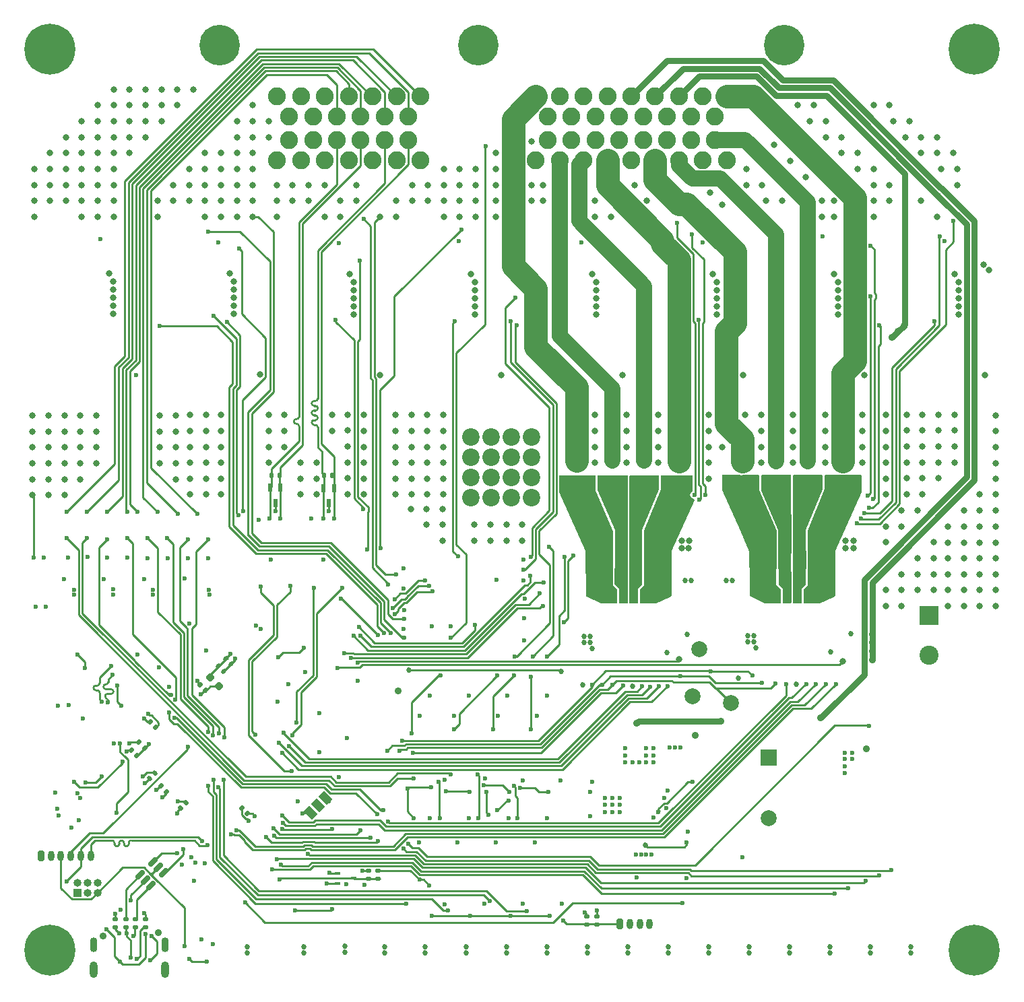
<source format=gbr>
%TF.GenerationSoftware,KiCad,Pcbnew,(6.0.8)*%
%TF.CreationDate,2023-06-01T04:18:12+02:00*%
%TF.ProjectId,pdms,70646d73-2e6b-4696-9361-645f70636258,rev?*%
%TF.SameCoordinates,Original*%
%TF.FileFunction,Copper,L4,Bot*%
%TF.FilePolarity,Positive*%
%FSLAX46Y46*%
G04 Gerber Fmt 4.6, Leading zero omitted, Abs format (unit mm)*
G04 Created by KiCad (PCBNEW (6.0.8)) date 2023-06-01 04:18:12*
%MOMM*%
%LPD*%
G01*
G04 APERTURE LIST*
G04 Aperture macros list*
%AMRoundRect*
0 Rectangle with rounded corners*
0 $1 Rounding radius*
0 $2 $3 $4 $5 $6 $7 $8 $9 X,Y pos of 4 corners*
0 Add a 4 corners polygon primitive as box body*
4,1,4,$2,$3,$4,$5,$6,$7,$8,$9,$2,$3,0*
0 Add four circle primitives for the rounded corners*
1,1,$1+$1,$2,$3*
1,1,$1+$1,$4,$5*
1,1,$1+$1,$6,$7*
1,1,$1+$1,$8,$9*
0 Add four rect primitives between the rounded corners*
20,1,$1+$1,$2,$3,$4,$5,0*
20,1,$1+$1,$4,$5,$6,$7,0*
20,1,$1+$1,$6,$7,$8,$9,0*
20,1,$1+$1,$8,$9,$2,$3,0*%
%AMRotRect*
0 Rectangle, with rotation*
0 The origin of the aperture is its center*
0 $1 length*
0 $2 width*
0 $3 Rotation angle, in degrees counterclockwise*
0 Add horizontal line*
21,1,$1,$2,0,0,$3*%
G04 Aperture macros list end*
%TA.AperFunction,ComponentPad*%
%ADD10C,2.000000*%
%TD*%
%TA.AperFunction,ComponentPad*%
%ADD11RoundRect,0.200000X-0.200000X-0.450000X0.200000X-0.450000X0.200000X0.450000X-0.200000X0.450000X0*%
%TD*%
%TA.AperFunction,ComponentPad*%
%ADD12O,0.800000X1.300000*%
%TD*%
%TA.AperFunction,ComponentPad*%
%ADD13R,1.000000X1.000000*%
%TD*%
%TA.AperFunction,ComponentPad*%
%ADD14O,1.000000X1.000000*%
%TD*%
%TA.AperFunction,ComponentPad*%
%ADD15C,0.800000*%
%TD*%
%TA.AperFunction,ComponentPad*%
%ADD16C,6.400000*%
%TD*%
%TA.AperFunction,ComponentPad*%
%ADD17O,1.025000X2.050000*%
%TD*%
%TA.AperFunction,ComponentPad*%
%ADD18O,0.925000X1.850000*%
%TD*%
%TA.AperFunction,ComponentPad*%
%ADD19C,2.250000*%
%TD*%
%TA.AperFunction,ComponentPad*%
%ADD20C,5.100000*%
%TD*%
%TA.AperFunction,ComponentPad*%
%ADD21R,2.000000X2.000000*%
%TD*%
%TA.AperFunction,ComponentPad*%
%ADD22C,2.200000*%
%TD*%
%TA.AperFunction,ComponentPad*%
%ADD23R,2.400000X2.400000*%
%TD*%
%TA.AperFunction,ComponentPad*%
%ADD24C,2.400000*%
%TD*%
%TA.AperFunction,SMDPad,CuDef*%
%ADD25RoundRect,0.135000X0.226274X0.035355X0.035355X0.226274X-0.226274X-0.035355X-0.035355X-0.226274X0*%
%TD*%
%TA.AperFunction,SMDPad,CuDef*%
%ADD26RoundRect,0.135000X0.135000X0.185000X-0.135000X0.185000X-0.135000X-0.185000X0.135000X-0.185000X0*%
%TD*%
%TA.AperFunction,SMDPad,CuDef*%
%ADD27RoundRect,0.135000X-0.226274X-0.035355X-0.035355X-0.226274X0.226274X0.035355X0.035355X0.226274X0*%
%TD*%
%TA.AperFunction,SMDPad,CuDef*%
%ADD28RoundRect,0.250000X0.625000X-0.375000X0.625000X0.375000X-0.625000X0.375000X-0.625000X-0.375000X0*%
%TD*%
%TA.AperFunction,SMDPad,CuDef*%
%ADD29RoundRect,0.135000X0.185000X-0.135000X0.185000X0.135000X-0.185000X0.135000X-0.185000X-0.135000X0*%
%TD*%
%TA.AperFunction,SMDPad,CuDef*%
%ADD30RoundRect,0.135000X-0.185000X0.135000X-0.185000X-0.135000X0.185000X-0.135000X0.185000X0.135000X0*%
%TD*%
%TA.AperFunction,SMDPad,CuDef*%
%ADD31RoundRect,0.140000X0.021213X-0.219203X0.219203X-0.021213X-0.021213X0.219203X-0.219203X0.021213X0*%
%TD*%
%TA.AperFunction,SMDPad,CuDef*%
%ADD32R,0.700000X0.450000*%
%TD*%
%TA.AperFunction,SMDPad,CuDef*%
%ADD33R,0.550000X1.000000*%
%TD*%
%TA.AperFunction,SMDPad,CuDef*%
%ADD34RoundRect,0.150000X-0.256326X-0.468458X0.468458X0.256326X0.256326X0.468458X-0.468458X-0.256326X0*%
%TD*%
%TA.AperFunction,SMDPad,CuDef*%
%ADD35RoundRect,0.135000X-0.135000X-0.185000X0.135000X-0.185000X0.135000X0.185000X-0.135000X0.185000X0*%
%TD*%
%TA.AperFunction,SMDPad,CuDef*%
%ADD36RoundRect,0.140000X-0.219203X-0.021213X-0.021213X-0.219203X0.219203X0.021213X0.021213X0.219203X0*%
%TD*%
%TA.AperFunction,SMDPad,CuDef*%
%ADD37RoundRect,0.218750X0.335876X0.026517X0.026517X0.335876X-0.335876X-0.026517X-0.026517X-0.335876X0*%
%TD*%
%TA.AperFunction,SMDPad,CuDef*%
%ADD38RotRect,1.000000X1.500000X45.000000*%
%TD*%
%TA.AperFunction,SMDPad,CuDef*%
%ADD39RoundRect,0.135000X0.035355X-0.226274X0.226274X-0.035355X-0.035355X0.226274X-0.226274X0.035355X0*%
%TD*%
%TA.AperFunction,ViaPad*%
%ADD40C,0.600000*%
%TD*%
%TA.AperFunction,ViaPad*%
%ADD41C,0.889000*%
%TD*%
%TA.AperFunction,ViaPad*%
%ADD42C,0.685800*%
%TD*%
%TA.AperFunction,ViaPad*%
%ADD43C,0.800000*%
%TD*%
%TA.AperFunction,Conductor*%
%ADD44C,0.250000*%
%TD*%
%TA.AperFunction,Conductor*%
%ADD45C,0.254000*%
%TD*%
%TA.AperFunction,Conductor*%
%ADD46C,0.762000*%
%TD*%
%TA.AperFunction,Conductor*%
%ADD47C,3.000000*%
%TD*%
%TA.AperFunction,Conductor*%
%ADD48C,2.000000*%
%TD*%
G04 APERTURE END LIST*
D10*
%TO.P,TP3,1,1*%
%TO.N,SPI2_MISO*%
X102108000Y-120904000D03*
%TD*%
D11*
%TO.P,J5,1,Pin_1*%
%TO.N,SAFETY_IN*%
X92125000Y-155450000D03*
D12*
%TO.P,J5,2,Pin_2*%
%TO.N,GND*%
X93375000Y-155450000D03*
%TO.P,J5,3,Pin_3*%
%TO.N,+12V*%
X94625000Y-155450000D03*
%TO.P,J5,4,Pin_4*%
%TO.N,+5V*%
X95875000Y-155450000D03*
%TD*%
D13*
%TO.P,J1,1,Pin_1*%
%TO.N,+3.3V*%
X23926800Y-151485600D03*
D14*
%TO.P,J1,2,Pin_2*%
%TO.N,NRST*%
X23926800Y-150215600D03*
%TO.P,J1,3,Pin_3*%
%TO.N,GND*%
X25196800Y-151485600D03*
%TO.P,J1,4,Pin_4*%
%TO.N,SWDIO*%
X25196800Y-150215600D03*
%TO.P,J1,5,Pin_5*%
%TO.N,+5V*%
X26466800Y-151485600D03*
%TO.P,J1,6,Pin_6*%
%TO.N,SWCLK*%
X26466800Y-150215600D03*
%TD*%
D15*
%TO.P,H2,1,1*%
%TO.N,GND*%
X138336856Y-43730344D03*
X136639800Y-43027400D03*
X134942744Y-47124456D03*
D16*
X136639800Y-45427400D03*
D15*
X134239800Y-45427400D03*
X134942744Y-43730344D03*
X136639800Y-47827400D03*
X138336856Y-47124456D03*
X139039800Y-45427400D03*
%TD*%
D17*
%TO.P,J6,S1,SHIELD*%
%TO.N,unconnected-(J6-PadS1)*%
X26030000Y-161213800D03*
%TO.P,J6,S2,SHIELD*%
%TO.N,unconnected-(J6-PadS2)*%
X34930000Y-161213800D03*
D18*
%TO.P,J6,S3,SHIELD*%
%TO.N,unconnected-(J6-PadS3)*%
X26030000Y-158013800D03*
%TO.P,J6,S4,SHIELD*%
%TO.N,unconnected-(J6-PadS4)*%
X34930000Y-158013800D03*
%TD*%
D19*
%TO.P,J2,1,1*%
%TO.N,HP_MOS7*%
X105558000Y-59396000D03*
%TO.P,J2,2,2*%
%TO.N,LP_MOS7*%
X104058000Y-56896000D03*
%TO.P,J2,3,3*%
%TO.N,HP_MOS7*%
X102558000Y-59396000D03*
%TO.P,J2,4,4*%
%TO.N,unconnected-(J2-Pad4)*%
X101058000Y-56896000D03*
%TO.P,J2,5,5*%
%TO.N,LP_MOS6*%
X99558000Y-59396000D03*
%TO.P,J2,6,6*%
%TO.N,unconnected-(J2-Pad6)*%
X98058000Y-56896000D03*
%TO.P,J2,7,7*%
%TO.N,LP_MOS5*%
X96558000Y-59396000D03*
%TO.P,J2,8,8*%
%TO.N,HP_MOS6*%
X95058000Y-56896000D03*
%TO.P,J2,9,9*%
X93558000Y-59396000D03*
%TO.P,J2,10,10*%
%TO.N,GND*%
X92058000Y-56896000D03*
%TO.P,J2,11,11*%
%TO.N,LP_MOS4*%
X90558000Y-59396000D03*
%TO.P,J2,12,12*%
%TO.N,GND*%
X89058000Y-56896000D03*
%TO.P,J2,13,13*%
%TO.N,LP_MOS3*%
X87558000Y-59396000D03*
%TO.P,J2,14,14*%
%TO.N,GND*%
X86058000Y-56896000D03*
%TO.P,J2,15,15*%
%TO.N,LP_MOS2*%
X84558000Y-59396000D03*
%TO.P,J2,16,16*%
%TO.N,HP_MOS5*%
X83058000Y-56896000D03*
%TO.P,J2,17,17*%
X81558000Y-59396000D03*
%TO.P,J2,18,18*%
%TO.N,LP_MOS8*%
X105558000Y-51396000D03*
%TO.P,J2,19,19*%
%TO.N,HP_MOS8*%
X104058000Y-53896000D03*
%TO.P,J2,20,20*%
X102558000Y-51396000D03*
%TO.P,J2,21,21*%
%TO.N,+12V*%
X101058000Y-53896000D03*
%TO.P,J2,22,22*%
X99558000Y-51396000D03*
%TO.P,J2,23,23*%
%TO.N,+5V*%
X98058000Y-53896000D03*
%TO.P,J2,24,24*%
X96558000Y-51396000D03*
%TO.P,J2,25,25*%
%TO.N,+3.3V*%
X95058000Y-53896000D03*
%TO.P,J2,26,26*%
X93558000Y-51396000D03*
%TO.P,J2,27,27*%
%TO.N,GND*%
X92058000Y-53896000D03*
%TO.P,J2,28,28*%
X90558000Y-51396000D03*
%TO.P,J2,29,29*%
X89058000Y-53896000D03*
%TO.P,J2,30,30*%
X87558000Y-51396000D03*
%TO.P,J2,31,31*%
X86058000Y-53896000D03*
%TO.P,J2,32,32*%
X84558000Y-51396000D03*
%TO.P,J2,33,33*%
%TO.N,SAFETY_IN*%
X83058000Y-53896000D03*
%TO.P,J2,34,34*%
%TO.N,LP_MOS1*%
X81558000Y-51396000D03*
%TO.P,J2,35,35*%
%TO.N,HP_MOS4*%
X67058000Y-59396000D03*
%TO.P,J2,36,36*%
%TO.N,CAN1_L*%
X65558000Y-56896000D03*
%TO.P,J2,37,37*%
%TO.N,HP_MOS4*%
X64058000Y-59396000D03*
%TO.P,J2,38,38*%
%TO.N,CAN1_H*%
X62558000Y-56896000D03*
%TO.P,J2,39,39*%
%TO.N,HP_MOS4*%
X61058000Y-59396000D03*
%TO.P,J2,40,40*%
%TO.N,CAN2_L*%
X59558000Y-56896000D03*
%TO.P,J2,41,41*%
%TO.N,HP_MOS3*%
X58058000Y-59396000D03*
%TO.P,J2,42,42*%
%TO.N,CAN2_H*%
X56558000Y-56896000D03*
%TO.P,J2,43,43*%
%TO.N,HP_MOS3*%
X55058000Y-59396000D03*
%TO.P,J2,44,44*%
%TO.N,HP_MOS2*%
X53558000Y-56896000D03*
%TO.P,J2,45,45*%
%TO.N,HP_MOS3*%
X52058000Y-59396000D03*
%TO.P,J2,46,46*%
%TO.N,HP_MOS2*%
X50558000Y-56896000D03*
%TO.P,J2,47,47*%
X49058000Y-59396000D03*
%TO.P,J2,48,48*%
%TO.N,CONN_AD_IN1*%
X67058000Y-51396000D03*
%TO.P,J2,49,49*%
%TO.N,CONN_AD_IN2*%
X65558000Y-53896000D03*
%TO.P,J2,50,50*%
%TO.N,CONN_AD_IN3*%
X64058000Y-51396000D03*
%TO.P,J2,51,51*%
%TO.N,CONN_AD_IN4*%
X62558000Y-53896000D03*
%TO.P,J2,52,52*%
%TO.N,CONN_AD_IN5*%
X61058000Y-51396000D03*
%TO.P,J2,53,53*%
%TO.N,CONN_AD_IN6*%
X59558000Y-53896000D03*
%TO.P,J2,54,54*%
%TO.N,CONN_AD_IN7*%
X58058000Y-51396000D03*
%TO.P,J2,55,55*%
%TO.N,CONN_AD_IN8*%
X56558000Y-53896000D03*
%TO.P,J2,56,56*%
%TO.N,GND*%
X55058000Y-51396000D03*
%TO.P,J2,57,57*%
X53558000Y-53896000D03*
%TO.P,J2,58,58*%
%TO.N,HP_MOS1*%
X52058000Y-51396000D03*
%TO.P,J2,59,59*%
X50558000Y-53896000D03*
%TO.P,J2,60,60*%
X49058000Y-51396000D03*
D20*
%TO.P,J2,MH1,MH1*%
%TO.N,unconnected-(J2-PadMH1)*%
X112808000Y-44896000D03*
%TO.P,J2,MH2,MH2*%
%TO.N,unconnected-(J2-PadMH2)*%
X74308000Y-44896000D03*
%TO.P,J2,MH3,MH3*%
%TO.N,unconnected-(J2-PadMH3)*%
X41808000Y-44896000D03*
%TD*%
D21*
%TO.P,BZ1,1,-*%
%TO.N,+5V*%
X110800000Y-134500000D03*
D10*
%TO.P,BZ1,2,+*%
%TO.N,Net-(BZ1-Pad2)*%
X110800000Y-142100000D03*
%TD*%
D22*
%TO.P,J3,1,1*%
%TO.N,+12V*%
X73380600Y-101854000D03*
%TO.P,J3,2,2*%
X75920600Y-101854000D03*
%TO.P,J3,3,3*%
X78460600Y-101854000D03*
%TO.P,J3,4,4*%
X81000600Y-101854000D03*
%TO.P,J3,5,5*%
X73380600Y-99314000D03*
%TO.P,J3,6,6*%
X75920600Y-99314000D03*
%TO.P,J3,7,7*%
X78460600Y-99314000D03*
%TO.P,J3,8,8*%
X81000600Y-99314000D03*
%TO.P,J3,9,9*%
X73380600Y-96774000D03*
%TO.P,J3,10,10*%
X75920600Y-96774000D03*
%TO.P,J3,11,11*%
X78460600Y-96774000D03*
%TO.P,J3,12,12*%
X81000600Y-96774000D03*
%TO.P,J3,13,13*%
X73380600Y-94234000D03*
%TO.P,J3,14,14*%
X75920600Y-94234000D03*
%TO.P,J3,15,15*%
X78460600Y-94234000D03*
%TO.P,J3,16,16*%
X81000600Y-94234000D03*
%TD*%
D11*
%TO.P,J4,1,Pin_1*%
%TO.N,+3.3V*%
X19379400Y-146906400D03*
D12*
%TO.P,J4,2,Pin_2*%
%TO.N,GND*%
X20629400Y-146906400D03*
%TO.P,J4,3,Pin_3*%
%TO.N,+5V*%
X21879400Y-146906400D03*
%TO.P,J4,4,Pin_4*%
%TO.N,NRST*%
X23129400Y-146906400D03*
%TO.P,J4,5,Pin_5*%
%TO.N,SWDIO*%
X24379400Y-146906400D03*
%TO.P,J4,6,Pin_6*%
%TO.N,SWCLK*%
X25629400Y-146906400D03*
%TD*%
D15*
%TO.P,H1,1,1*%
%TO.N,GND*%
X18787544Y-47124456D03*
D16*
X20484600Y-45427400D03*
D15*
X18787544Y-43730344D03*
X22181656Y-47124456D03*
X20484600Y-47827400D03*
X22181656Y-43730344D03*
X20484600Y-43027400D03*
X22884600Y-45427400D03*
X18084600Y-45427400D03*
%TD*%
D10*
%TO.P,TP4,1,1*%
%TO.N,SPI2_SCK*%
X106095800Y-127685800D03*
%TD*%
D15*
%TO.P,H3,1,1*%
%TO.N,GND*%
X22207056Y-160434856D03*
X18812944Y-157040744D03*
X22207056Y-157040744D03*
X22910000Y-158737800D03*
X18812944Y-160434856D03*
D16*
X20510000Y-158737800D03*
D15*
X18110000Y-158737800D03*
X20510000Y-161137800D03*
X20510000Y-156337800D03*
%TD*%
D10*
%TO.P,TP2,1,1*%
%TO.N,SPI2_MOSI*%
X101250000Y-126796800D03*
%TD*%
D15*
%TO.P,H4,1,1*%
%TO.N,GND*%
X134942744Y-160434856D03*
X138336856Y-157040744D03*
X136639800Y-161137800D03*
X134239800Y-158737800D03*
D16*
X136639800Y-158737800D03*
D15*
X139039800Y-158737800D03*
X138336856Y-160434856D03*
X134942744Y-157040744D03*
X136639800Y-156337800D03*
%TD*%
D23*
%TO.P,C88,1*%
%TO.N,+12V*%
X130937000Y-116666000D03*
D24*
%TO.P,C88,2*%
%TO.N,GND*%
X130937000Y-121666000D03*
%TD*%
D25*
%TO.P,C45,1*%
%TO.N,+3.3V*%
X45300000Y-141550000D03*
%TO.P,C45,2*%
%TO.N,GND*%
X44578752Y-140828752D03*
%TD*%
D26*
%TO.P,R59,1*%
%TO.N,CAN2_L*%
X49325400Y-98994400D03*
%TO.P,R59,2*%
%TO.N,CAN2_H*%
X48305400Y-98994400D03*
%TD*%
D27*
%TO.P,C44,1*%
%TO.N,+3.3V*%
X33062873Y-130014631D03*
%TO.P,C44,2*%
%TO.N,GND*%
X33784121Y-130735879D03*
%TD*%
D25*
%TO.P,C52,1*%
%TO.N,+3.3V*%
X40049480Y-126041584D03*
%TO.P,C52,2*%
%TO.N,GND*%
X39328232Y-125320336D03*
%TD*%
D28*
%TO.P,F12,1*%
%TO.N,/POWER_SWITCHES/BTS722204-1/OUT2*%
X95156345Y-99935773D03*
%TO.P,F12,2*%
%TO.N,LP_MOS3*%
X95156345Y-97135773D03*
%TD*%
D29*
%TO.P,R170,1*%
%TO.N,SAFETY_IN*%
X89250000Y-155500000D03*
%TO.P,R170,2*%
%TO.N,GND*%
X89250000Y-154480000D03*
%TD*%
D25*
%TO.P,R73,1*%
%TO.N,+3.3V*%
X31410624Y-134260624D03*
%TO.P,R73,2*%
%TO.N,/IMU/IMU_I2C_SDA*%
X30689376Y-133539376D03*
%TD*%
D29*
%TO.P,R168,1*%
%TO.N,Net-(D4-Pad3)*%
X61750000Y-149750000D03*
%TO.P,R168,2*%
%TO.N,SAFETY_IN*%
X61750000Y-148730000D03*
%TD*%
D28*
%TO.P,F11,1*%
%TO.N,/POWER_SWITCHES/BTS722204-1/OUT1*%
X91193945Y-99977373D03*
%TO.P,F11,2*%
%TO.N,LP_MOS2*%
X91193945Y-97177373D03*
%TD*%
D30*
%TO.P,R174,1*%
%TO.N,Net-(R174-Pad1)*%
X31242000Y-154836400D03*
%TO.P,R174,2*%
%TO.N,USB_CONN_D-*%
X31242000Y-155856400D03*
%TD*%
D28*
%TO.P,F14,1*%
%TO.N,/POWER_SWITCHES/BTS722204-2/OUT0*%
X107492800Y-100079000D03*
%TO.P,F14,2*%
%TO.N,LP_MOS5*%
X107492800Y-97279000D03*
%TD*%
D31*
%TO.P,C77,1*%
%TO.N,+3.3V*%
X32985389Y-137093011D03*
%TO.P,C77,2*%
%TO.N,GND*%
X33664211Y-136414189D03*
%TD*%
D28*
%TO.P,F15,1*%
%TO.N,/POWER_SWITCHES/BTS722204-2/OUT1*%
X111760000Y-100079000D03*
%TO.P,F15,2*%
%TO.N,LP_MOS6*%
X111760000Y-97279000D03*
%TD*%
%TO.P,F13,1*%
%TO.N,/POWER_SWITCHES/BTS722204-1/OUT3*%
X99525145Y-100037373D03*
%TO.P,F13,2*%
%TO.N,LP_MOS4*%
X99525145Y-97237373D03*
%TD*%
%TO.P,F17,1*%
%TO.N,/POWER_SWITCHES/BTS722204-2/OUT3*%
X120142000Y-100076000D03*
%TO.P,F17,2*%
%TO.N,LP_MOS8*%
X120142000Y-97276000D03*
%TD*%
D32*
%TO.P,D4,1*%
%TO.N,GND*%
X56650000Y-150350000D03*
%TO.P,D4,2*%
%TO.N,+3.3V*%
X56650000Y-149050000D03*
%TO.P,D4,3*%
%TO.N,Net-(D4-Pad3)*%
X58650000Y-149700000D03*
%TD*%
D33*
%TO.P,D28,1,K1*%
%TO.N,CAN2_H*%
X48175400Y-100594400D03*
%TO.P,D28,2,K2*%
%TO.N,CAN2_L*%
X49475400Y-100594400D03*
%TO.P,D28,3,CC*%
%TO.N,GND*%
X48825400Y-102494400D03*
%TD*%
D34*
%TO.P,U12,1,I/O1*%
%TO.N,Net-(R174-Pad1)*%
X33189332Y-150579668D03*
%TO.P,U12,2,GND*%
%TO.N,GND*%
X32517581Y-149907917D03*
%TO.P,U12,3,I/O2*%
%TO.N,Net-(R176-Pad2)*%
X31845830Y-149236166D03*
%TO.P,U12,4,I/O2*%
%TO.N,/USB-C/USB_D+*%
X33454498Y-147627498D03*
%TO.P,U12,5,VBUS*%
%TO.N,+5V*%
X34126249Y-148299249D03*
%TO.P,U12,6,I/O1*%
%TO.N,/USB-C/USB_D-*%
X34798000Y-148971000D03*
%TD*%
D30*
%TO.P,R167,1*%
%TO.N,GND*%
X60500000Y-148730000D03*
%TO.P,R167,2*%
%TO.N,Net-(D4-Pad3)*%
X60500000Y-149750000D03*
%TD*%
D29*
%TO.P,R177,1*%
%TO.N,Net-(J6-PadA5)*%
X28702000Y-155856400D03*
%TO.P,R177,2*%
%TO.N,GND*%
X28702000Y-154836400D03*
%TD*%
D35*
%TO.P,R58,1*%
%TO.N,CAN1_H*%
X54915400Y-98994400D03*
%TO.P,R58,2*%
%TO.N,CAN1_L*%
X55935400Y-98994400D03*
%TD*%
D25*
%TO.P,R74,1*%
%TO.N,+3.3V*%
X32410624Y-133310624D03*
%TO.P,R74,2*%
%TO.N,/IMU/IMU_I2C_SCL*%
X31689376Y-132589376D03*
%TD*%
D33*
%TO.P,D27,1,K1*%
%TO.N,CAN1_H*%
X54875400Y-100610400D03*
%TO.P,D27,2,K2*%
%TO.N,CAN1_L*%
X56175400Y-100610400D03*
%TO.P,D27,3,CC*%
%TO.N,GND*%
X55525400Y-102510400D03*
%TD*%
D29*
%TO.P,R176,1*%
%TO.N,USB_CONN_D+*%
X30022800Y-155856400D03*
%TO.P,R176,2*%
%TO.N,Net-(R176-Pad2)*%
X30022800Y-154836400D03*
%TD*%
D36*
%TO.P,C80,1*%
%TO.N,VDDA*%
X42568195Y-122094515D03*
%TO.P,C80,2*%
%TO.N,GND*%
X43247017Y-122773337D03*
%TD*%
D28*
%TO.P,F10,1*%
%TO.N,/POWER_SWITCHES/BTS722204-1/OUT0*%
X86674745Y-99977373D03*
%TO.P,F10,2*%
%TO.N,LP_MOS1*%
X86674745Y-97177373D03*
%TD*%
D37*
%TO.P,L1,1*%
%TO.N,+3.3V*%
X41712243Y-125549084D03*
%TO.P,L1,2*%
%TO.N,VDDA*%
X40598549Y-124435390D03*
%TD*%
D38*
%TO.P,JP1,1,A*%
%TO.N,GND*%
X53279522Y-141411478D03*
%TO.P,JP1,2,C*%
%TO.N,Net-(JP1-Pad2)*%
X54198761Y-140492239D03*
%TO.P,JP1,3,B*%
%TO.N,+3.3V*%
X55118000Y-139573000D03*
%TD*%
D28*
%TO.P,F16,1*%
%TO.N,/POWER_SWITCHES/BTS722204-2/OUT2*%
X115697000Y-100082000D03*
%TO.P,F16,2*%
%TO.N,LP_MOS7*%
X115697000Y-97282000D03*
%TD*%
D29*
%TO.P,R178,1*%
%TO.N,Net-(J6-PadB5)*%
X32512000Y-155831000D03*
%TO.P,R178,2*%
%TO.N,GND*%
X32512000Y-154811000D03*
%TD*%
%TO.P,R169,1*%
%TO.N,SAFETY_IN*%
X88000000Y-155510000D03*
%TO.P,R169,2*%
%TO.N,+5V*%
X88000000Y-154490000D03*
%TD*%
D27*
%TO.P,R56,1*%
%TO.N,SPI1_MISO*%
X34439376Y-138089376D03*
%TO.P,R56,2*%
%TO.N,SPI1_MOSI*%
X35160624Y-138810624D03*
%TD*%
D36*
%TO.P,C83,1*%
%TO.N,VDDA*%
X41634249Y-123028463D03*
%TO.P,C83,2*%
%TO.N,GND*%
X42313071Y-123707285D03*
%TD*%
D39*
%TO.P,C51,1*%
%TO.N,+3.3V*%
X36889376Y-140860624D03*
%TO.P,C51,2*%
%TO.N,GND*%
X37610624Y-140139376D03*
%TD*%
D40*
%TO.N,BT_IRQ*%
X123449000Y-130501000D03*
%TO.N,GND*%
X107500000Y-147000000D03*
%TO.N,/PERIPHERAL/BUZZ_IN*%
X100000000Y-152800000D03*
%TO.N,GND*%
X121290000Y-134692000D03*
X120401000Y-136470000D03*
X120401000Y-135581000D03*
X120401000Y-134692000D03*
X121290000Y-133930000D03*
X120401000Y-133930000D03*
D41*
%TO.N,+3.3V*%
X123068000Y-133422000D03*
D40*
%TO.N,BT_RESET*%
X126220000Y-148680000D03*
%TO.N,BT_CS*%
X124700000Y-149324500D03*
%TO.N,SPI3_MOSI*%
X123000000Y-150004500D03*
%TO.N,SPI3_MISO*%
X120800000Y-150899500D03*
%TO.N,SPI3_SCK*%
X119100000Y-151600000D03*
%TO.N,BT_RESET*%
X64900000Y-145950000D03*
X61750000Y-145025500D03*
X47650000Y-144475500D03*
%TO.N,BT_IRQ*%
X65500000Y-145350000D03*
X60750000Y-144575500D03*
%TO.N,LP_CSN2*%
X59536483Y-143636483D03*
%TO.N,LP_CSN1*%
X55935150Y-143474500D03*
X49675390Y-143499487D03*
%TO.N,LP_CSN2*%
X48624500Y-143353981D03*
%TO.N,BT_IRQ*%
X48686410Y-144299069D03*
%TO.N,SPI3_SCK*%
X48450000Y-148567662D03*
%TO.N,SPI3_MISO*%
X49500125Y-147943162D03*
%TO.N,SPI3_MOSI*%
X49050000Y-147282411D03*
%TO.N,GND*%
X45500000Y-142450000D03*
%TO.N,+3.3V*%
X46250000Y-141850000D03*
D42*
%TO.N,/POWER_SWITCHES/BTS722204-1/OUT0*%
X89080000Y-110607000D03*
X89980000Y-110607000D03*
X88230000Y-110597000D03*
X89980000Y-111507000D03*
X88230000Y-111497000D03*
X89080000Y-112407000D03*
X88230000Y-112397000D03*
X90880000Y-110607000D03*
X89980000Y-112407000D03*
X90880000Y-112407000D03*
X89080000Y-111507000D03*
X90880000Y-111507000D03*
D41*
%TO.N,GND*%
X64262000Y-126111000D03*
D40*
X21150000Y-138950000D03*
X92760800Y-135128000D03*
D42*
X123622400Y-159084800D03*
X77902400Y-159084800D03*
D40*
X22856600Y-127929600D03*
X64973200Y-118313200D03*
X88392000Y-141859000D03*
X132892800Y-69545200D03*
X79908400Y-137414000D03*
X32337497Y-154098503D03*
X56769000Y-69850000D03*
X34180679Y-123180931D03*
D43*
X28448000Y-74676000D03*
D42*
X123622400Y-158322800D03*
D40*
X96316800Y-142036800D03*
X92760800Y-134213600D03*
D42*
X57570800Y-158992000D03*
D40*
X55525400Y-103544400D03*
X70127600Y-137328200D03*
X94589600Y-135128000D03*
X79984071Y-112208659D03*
X25225000Y-109300000D03*
D42*
X128702400Y-158322800D03*
D40*
X36611209Y-140048147D03*
X64922400Y-113233200D03*
D43*
X28448000Y-76708000D03*
D40*
X87249000Y-69723000D03*
X96316800Y-134228000D03*
D43*
X28448000Y-78740000D03*
D40*
X46725400Y-104644400D03*
D42*
X45301600Y-158334300D03*
D41*
X27178000Y-156972000D03*
D42*
X118624889Y-121235455D03*
X62535400Y-158322800D03*
D40*
X24300000Y-139600000D03*
X99738300Y-133238000D03*
X24598504Y-129575227D03*
X39497000Y-157353000D03*
D43*
X27940000Y-73660000D03*
D40*
X71323200Y-129235200D03*
X88392000Y-138811000D03*
D42*
X103302400Y-158322800D03*
X113462400Y-159084800D03*
D43*
X28448000Y-77724000D03*
D40*
X24130000Y-142367000D03*
X28702000Y-154178000D03*
X41656000Y-69723000D03*
X40525000Y-114058000D03*
D42*
X72822400Y-159084800D03*
D40*
X70900000Y-118000000D03*
X64922400Y-110744000D03*
X96316800Y-133328000D03*
X80000000Y-109601000D03*
D42*
X109226889Y-120727455D03*
D40*
X95416800Y-135128000D03*
X100685600Y-143840200D03*
X52610000Y-123750000D03*
X30249000Y-109380000D03*
D42*
X103302400Y-159084800D03*
X128702400Y-159084800D03*
D43*
X99870200Y-107261000D03*
D40*
X48250000Y-109600000D03*
X84683600Y-137414000D03*
D43*
X103816660Y-73722500D03*
D40*
X49112159Y-127453924D03*
D41*
X101600000Y-131724400D03*
D42*
X98222400Y-158322800D03*
D40*
X54341112Y-128928649D03*
X53365400Y-104481400D03*
D42*
X106272000Y-112279000D03*
D43*
X100787200Y-108150000D03*
D40*
X59750000Y-148750000D03*
D42*
X98058000Y-121257000D03*
D40*
X76581000Y-112141000D03*
X94801500Y-146735800D03*
X43800000Y-122100000D03*
D42*
X82982400Y-159084800D03*
D40*
X23495000Y-113411000D03*
X70129400Y-152984200D03*
X41005400Y-157988000D03*
X84836000Y-152908000D03*
X32766000Y-109411000D03*
D42*
X108382400Y-159084800D03*
D40*
X117602000Y-68961000D03*
X33405500Y-114046000D03*
X94166500Y-146735800D03*
D42*
X52413600Y-158334300D03*
X108210889Y-119203455D03*
D40*
X27709000Y-109371000D03*
X28448000Y-114046000D03*
D42*
X108972889Y-119203455D03*
D43*
X104324660Y-77786500D03*
D42*
X88062400Y-158322800D03*
D40*
X76809600Y-129286000D03*
X75184000Y-137160000D03*
D42*
X72822400Y-158322800D03*
D40*
X95416800Y-133328000D03*
X37846000Y-109474000D03*
D42*
X121164889Y-118949455D03*
D40*
X35306000Y-109421000D03*
X29396300Y-153670000D03*
X71729600Y-145150500D03*
X75057000Y-152908000D03*
D42*
X93142400Y-159084800D03*
D40*
X102555741Y-69772609D03*
D43*
X119532400Y-75767250D03*
D40*
X32149089Y-136904012D03*
X19685000Y-109347000D03*
D42*
X100303000Y-112279000D03*
D40*
X40475000Y-113408000D03*
D43*
X134740140Y-78828000D03*
X107626660Y-86422500D03*
D40*
X22733000Y-109347000D03*
D43*
X121495800Y-107261000D03*
D40*
X99077900Y-133238000D03*
X40386000Y-109474000D03*
D43*
X43578000Y-75703500D03*
D42*
X93142400Y-158322800D03*
D40*
X46417960Y-117883094D03*
X56816374Y-136991682D03*
X100500000Y-149650500D03*
D42*
X62535400Y-159084800D03*
D40*
X32820000Y-128970000D03*
X28448000Y-113358000D03*
X80162400Y-114554000D03*
X79959200Y-152908000D03*
D43*
X104324660Y-75754500D03*
X120462800Y-108150000D03*
X120462800Y-107261000D03*
D42*
X118542400Y-159084800D03*
X108382400Y-158322800D03*
D43*
X121462800Y-108150000D03*
D40*
X81432400Y-145150500D03*
X23950000Y-139000000D03*
X38989000Y-124841000D03*
X49168485Y-121924050D03*
D42*
X118542400Y-158322800D03*
D40*
X37070738Y-147957395D03*
X31521400Y-121513600D03*
D42*
X87644000Y-119225000D03*
D43*
X134740140Y-77812000D03*
X104324660Y-78802500D03*
D40*
X23180000Y-143342000D03*
D42*
X67615400Y-159084800D03*
X108972889Y-119965455D03*
D40*
X26860500Y-69278500D03*
D43*
X89116920Y-76757750D03*
X134740140Y-76796000D03*
D40*
X98417500Y-133238000D03*
X64984385Y-115936785D03*
D42*
X100598000Y-118971000D03*
X82982400Y-158322800D03*
X77902400Y-158322800D03*
X88062400Y-159084800D03*
D40*
X80111600Y-119786400D03*
X96316800Y-135128000D03*
X57785000Y-132080000D03*
X52401377Y-120666813D03*
D43*
X137871200Y-72542400D03*
D40*
X95436500Y-146735800D03*
X54864000Y-109601000D03*
D42*
X67615400Y-158322800D03*
D40*
X66852800Y-145150500D03*
D43*
X88608920Y-73709750D03*
X134740140Y-75780000D03*
X43070000Y-73671500D03*
X119532400Y-74751250D03*
D40*
X76555600Y-145150500D03*
D43*
X28448000Y-75692000D03*
X43578000Y-77735500D03*
X100820200Y-107261000D03*
D42*
X88406000Y-119987000D03*
D40*
X38051093Y-117679338D03*
X66954400Y-129286000D03*
X48825400Y-103544400D03*
X23495000Y-114046000D03*
D43*
X89116920Y-75741750D03*
X119024400Y-73735250D03*
D40*
X97739200Y-139598400D03*
X88646000Y-137541000D03*
D43*
X119532400Y-78815250D03*
X73909180Y-78777000D03*
D40*
X60000000Y-150550000D03*
D42*
X113462400Y-158322800D03*
D40*
X33405500Y-113411000D03*
D43*
X62003440Y-86384250D03*
X58701440Y-78764250D03*
X73909180Y-75729000D03*
D42*
X88660000Y-120749000D03*
D43*
X58701440Y-74700250D03*
X46880000Y-86371500D03*
D42*
X114306889Y-125272800D03*
D40*
X96071500Y-146735800D03*
D42*
X101065000Y-112279000D03*
D40*
X92760800Y-133299200D03*
X38802031Y-147714218D03*
D43*
X119532400Y-77799250D03*
D42*
X93726000Y-125499500D03*
X52402000Y-159096800D03*
D40*
X55248592Y-150346409D03*
D42*
X105510000Y-112279000D03*
D43*
X122834400Y-86435250D03*
D42*
X57582400Y-158229500D03*
D43*
X58701440Y-75716250D03*
D42*
X98222400Y-159084800D03*
D43*
X134740140Y-74764000D03*
D40*
X81737200Y-129235200D03*
D43*
X104324660Y-76770500D03*
D40*
X97920011Y-140896811D03*
D43*
X43578000Y-78751500D03*
D40*
X80074897Y-117006497D03*
D43*
X92418920Y-86409750D03*
D40*
X18669000Y-115570000D03*
D42*
X88406000Y-119225000D03*
D43*
X77211180Y-86397000D03*
D40*
X47000000Y-118375000D03*
X31350000Y-86400000D03*
D43*
X89116920Y-78789750D03*
X73909180Y-76745000D03*
D40*
X95416800Y-134228000D03*
D43*
X99870200Y-108150000D03*
X43578000Y-76719500D03*
X73909180Y-77761000D03*
X89116920Y-77773750D03*
X89116920Y-74725750D03*
D40*
X59182000Y-124841000D03*
D43*
X43578000Y-74687500D03*
D40*
X30686497Y-152447503D03*
X52193402Y-141547256D03*
X71882000Y-69596000D03*
D42*
X45290000Y-159096800D03*
D40*
X93689600Y-135128000D03*
D42*
X108210889Y-119965455D03*
D40*
X89250000Y-153750000D03*
D43*
X58701440Y-77748250D03*
X73401180Y-73697000D03*
D40*
X38608000Y-149987000D03*
D43*
X138042140Y-86448000D03*
X58701440Y-76732250D03*
D42*
X87644000Y-119987000D03*
D43*
X134232140Y-73748000D03*
D41*
X34114729Y-156538863D03*
D43*
X58193440Y-73684250D03*
X138480800Y-73202800D03*
X119532400Y-76783250D03*
X104324660Y-74738500D03*
X73909180Y-74713000D03*
D40*
%TO.N,/POWER_SWITCHES/BTS722204-1/OUT1*%
X92652400Y-112374600D03*
X91852400Y-111507000D03*
X92652400Y-110574600D03*
X91852400Y-110607000D03*
X91852400Y-112407000D03*
X92652400Y-111474600D03*
%TO.N,/POWER_SWITCHES/BTS722204-1/OUT2*%
X94481200Y-111507400D03*
X94481200Y-112407400D03*
X93681200Y-111500000D03*
X93681200Y-112400000D03*
X93681200Y-110600000D03*
X94481200Y-110607400D03*
D42*
%TO.N,/POWER_SWITCHES/BTS722204-1/OUT3*%
X95540000Y-110587000D03*
X98190000Y-111497000D03*
X98190000Y-110597000D03*
X95540000Y-112387000D03*
X96390000Y-112397000D03*
X96390000Y-110597000D03*
X97290000Y-112397000D03*
X96390000Y-111497000D03*
X97290000Y-110597000D03*
X98190000Y-112397000D03*
X97290000Y-111497000D03*
X95540000Y-111487000D03*
D40*
%TO.N,SENS_OUT_LP1*%
X59182000Y-122574500D03*
D43*
X99584395Y-122118235D03*
D40*
%TO.N,SENS_OUT_LP2*%
X56645345Y-123276500D03*
D43*
X120140000Y-122430000D03*
D40*
%TO.N,/POWER_SWITCHES/BTS50010-1TAE/IN*%
X34290000Y-80253500D03*
X62498519Y-118864875D03*
D43*
%TO.N,+12V*%
X103327200Y-99440000D03*
X34322000Y-97504000D03*
X137344400Y-113455200D03*
X125526800Y-101440000D03*
X92963000Y-91440000D03*
D41*
X127114300Y-80911700D03*
D43*
X67850000Y-105238800D03*
X63912000Y-91440000D03*
X65912000Y-95440000D03*
X139344400Y-103455200D03*
X38100000Y-101440000D03*
X38100000Y-93440000D03*
X69850000Y-105238800D03*
X38100000Y-99440000D03*
X88963000Y-95440000D03*
X135344400Y-107455200D03*
X88963000Y-93440000D03*
X92963000Y-93440000D03*
X34322000Y-91504000D03*
X49974000Y-95440000D03*
X18322000Y-101504000D03*
X20322000Y-101504000D03*
X67912000Y-97440000D03*
X132168400Y-93396800D03*
X137344400Y-115455200D03*
X139344400Y-113455200D03*
X125526800Y-97440000D03*
X135344400Y-105455200D03*
X113899200Y-91440000D03*
X55974000Y-91440000D03*
X135344400Y-111455200D03*
X96963000Y-97440000D03*
X96963000Y-93440000D03*
X135344400Y-109455200D03*
X122580400Y-91440000D03*
X20322000Y-95504000D03*
X67850000Y-103238800D03*
X125526800Y-115440000D03*
X127526800Y-113440000D03*
X57912000Y-93396800D03*
X139344400Y-101396800D03*
X65912000Y-101440000D03*
X125526800Y-91440000D03*
X22322000Y-93504000D03*
X122580400Y-95440000D03*
X73850000Y-107238800D03*
X24322000Y-95504000D03*
X57912000Y-97396800D03*
X65912000Y-97440000D03*
X36322000Y-97504000D03*
X129526800Y-103440000D03*
X53974000Y-99440000D03*
X125526800Y-99440000D03*
X105000000Y-95500000D03*
X24322000Y-93504000D03*
X34322000Y-95504000D03*
X26322000Y-93504000D03*
X125526800Y-107440000D03*
X134168400Y-91396800D03*
X139344400Y-93466400D03*
X128168400Y-101396800D03*
X130168400Y-97396800D03*
X59912000Y-99440000D03*
X117899200Y-93440000D03*
X117899200Y-91440000D03*
X18322000Y-91504000D03*
X63912000Y-99440000D03*
X128168400Y-99396800D03*
X88963000Y-91440000D03*
X67912000Y-95440000D03*
X92963000Y-95440000D03*
X49974000Y-91440000D03*
X24322000Y-91504000D03*
X135344400Y-113455200D03*
X69912000Y-99440000D03*
X107899200Y-91440000D03*
X137344400Y-101396800D03*
X113899200Y-95440000D03*
X36322000Y-91504000D03*
X92963000Y-97440000D03*
X113899200Y-97440000D03*
X137344400Y-103455200D03*
X47974000Y-95440000D03*
X41974000Y-97440000D03*
X20322000Y-93504000D03*
X63912000Y-101440000D03*
X109899200Y-93440000D03*
X67912000Y-101440000D03*
X63912000Y-97440000D03*
D41*
X127812800Y-80213200D03*
D43*
X128168400Y-91396800D03*
X18322000Y-95504000D03*
X129526800Y-109440000D03*
X127526800Y-111440000D03*
D40*
X18415000Y-109347000D03*
D43*
X139344400Y-99466400D03*
X53974000Y-97440000D03*
X125526800Y-113440000D03*
X103327200Y-97440000D03*
X79850000Y-107238800D03*
X135344400Y-115455200D03*
X36322000Y-95504000D03*
X55974000Y-93440000D03*
X139344400Y-109455200D03*
X130168400Y-91396800D03*
X75850000Y-105238800D03*
X69912000Y-101440000D03*
X117899200Y-97440000D03*
X22322000Y-95504000D03*
X18322000Y-97504000D03*
X109899200Y-97440000D03*
X79850000Y-105238800D03*
X59912000Y-97440000D03*
X88963000Y-97440000D03*
X24322000Y-99504000D03*
X132168400Y-97396800D03*
X67912000Y-91440000D03*
X131526800Y-111440000D03*
X41974000Y-93440000D03*
X109899200Y-95440000D03*
X125526800Y-95440000D03*
X38100000Y-95440000D03*
X139344400Y-105455200D03*
X137344400Y-109455200D03*
X69850000Y-103238800D03*
X127526800Y-105440000D03*
X134168400Y-93396800D03*
X133344400Y-113455200D03*
X40100000Y-97440000D03*
X128168400Y-95396800D03*
X65912000Y-99440000D03*
X40100000Y-99440000D03*
X20322000Y-99504000D03*
X125526800Y-93440000D03*
X127526800Y-115440000D03*
X139344400Y-91466400D03*
X137344400Y-105455200D03*
X26322000Y-95504000D03*
X128168400Y-97396800D03*
X20322000Y-97504000D03*
X133344400Y-107455200D03*
X133344400Y-115455200D03*
X26322000Y-91504000D03*
X96963000Y-91440000D03*
X129526800Y-113440000D03*
X130168400Y-95396800D03*
X130168400Y-99396800D03*
X67912000Y-93440000D03*
X113899200Y-93440000D03*
X41974000Y-101440000D03*
X38100000Y-91440000D03*
X63912000Y-93440000D03*
X134168400Y-97396800D03*
X134168400Y-95396800D03*
X77850000Y-107238800D03*
X69912000Y-95440000D03*
X137344400Y-111455200D03*
X47974000Y-97440000D03*
X57912000Y-101396800D03*
X73850000Y-105238800D03*
X127526800Y-103440000D03*
X132168400Y-95396800D03*
X103327200Y-93440000D03*
X69912000Y-93440000D03*
X69912000Y-91440000D03*
X24322000Y-97504000D03*
X22322000Y-101504000D03*
X103327200Y-95440000D03*
X67912000Y-99440000D03*
X103327200Y-91440000D03*
X41974000Y-99440000D03*
X18322000Y-93504000D03*
X65850000Y-103238800D03*
X40100000Y-91440000D03*
X40100000Y-95440000D03*
X36322000Y-93504000D03*
X22322000Y-91504000D03*
X139344400Y-95466400D03*
X139344400Y-107455200D03*
X57912000Y-91396800D03*
X139344400Y-97466400D03*
X69850000Y-107238800D03*
X51974000Y-101440000D03*
X65912000Y-91440000D03*
X40100000Y-93440000D03*
X77850000Y-105238800D03*
X59912000Y-93440000D03*
X69912000Y-97440000D03*
X137344400Y-107455200D03*
X57912000Y-95396800D03*
X131526800Y-109440000D03*
X65912000Y-93440000D03*
X129526800Y-111440000D03*
D41*
X126339600Y-81686400D03*
D43*
X130168400Y-93396800D03*
X36322000Y-99504000D03*
X20322000Y-91504000D03*
X47974000Y-93440000D03*
X122580400Y-93440000D03*
X26322000Y-97504000D03*
X63912000Y-95440000D03*
X51974000Y-97440000D03*
X18322000Y-99504000D03*
X49974000Y-93440000D03*
X59912000Y-101440000D03*
X133344400Y-105455200D03*
X122580400Y-97440000D03*
X47974000Y-91440000D03*
X131526800Y-107440000D03*
X132168400Y-99396800D03*
X41974000Y-95440000D03*
X41974000Y-91440000D03*
X38100000Y-97440000D03*
X109899200Y-91440000D03*
X135344400Y-103455200D03*
X128168400Y-93396800D03*
X131526800Y-113440000D03*
X130168400Y-101396800D03*
X125526800Y-105440000D03*
X34322000Y-93504000D03*
X59912000Y-95440000D03*
X51974000Y-99440000D03*
X132168400Y-91396800D03*
X139344400Y-115455200D03*
X22322000Y-97504000D03*
X57912000Y-99396800D03*
X40100000Y-101440000D03*
X117899200Y-95440000D03*
X22322000Y-99504000D03*
X53974000Y-101440000D03*
X96963000Y-95440000D03*
X75850000Y-107238800D03*
X59912000Y-91440000D03*
X133344400Y-109455200D03*
X139344400Y-111455200D03*
X133344400Y-111455200D03*
D40*
%TO.N,/POWER_SWITCHES/BTS50010-1TAE1/IN*%
X41097200Y-79004500D03*
X63358411Y-118841589D03*
%TO.N,/POWER_SWITCHES/BTS50010-1TAE2/IN*%
X59866559Y-103303041D03*
X56388000Y-79502000D03*
D42*
%TO.N,/POWER_SWITCHES/BTS722204-2/OUT0*%
X109646889Y-111485455D03*
X110546889Y-110585455D03*
X108796889Y-111475455D03*
X111446889Y-110585455D03*
X110546889Y-111485455D03*
X109646889Y-110585455D03*
X110546889Y-112385455D03*
X108796889Y-112375455D03*
X111446889Y-112385455D03*
X111446889Y-111485455D03*
X109646889Y-112385455D03*
X108796889Y-110575455D03*
D40*
%TO.N,/POWER_SWITCHES/BTS50010-1TAE3/IN*%
X71755000Y-109220000D03*
X71374000Y-79629000D03*
%TO.N,/POWER_SWITCHES/BTS722204-2/OUT1*%
X113219289Y-112353055D03*
X112419289Y-111485455D03*
X112419289Y-112385455D03*
X113219289Y-111453055D03*
X112419289Y-110585455D03*
X113219289Y-110553055D03*
%TO.N,/POWER_SWITCHES/BTS50010-1TAE4/IN*%
X76708000Y-124155200D03*
X71297800Y-130962400D03*
X69373021Y-137592419D03*
X78892400Y-121775500D03*
X79121000Y-80137000D03*
X69469000Y-142101500D03*
%TO.N,/POWER_SWITCHES/BTS50010-1TAE6/IN*%
X102108000Y-102108000D03*
X74295000Y-142101500D03*
X76200000Y-130962400D03*
X81178400Y-121775500D03*
X83258361Y-107968801D03*
X78790800Y-124155200D03*
X102044278Y-79439816D03*
X74257307Y-136652963D03*
%TO.N,/POWER_SWITCHES/BTS722204-2/OUT2*%
X114248089Y-111478455D03*
X115048089Y-111485855D03*
X114248089Y-110578455D03*
X115048089Y-112385855D03*
X115048089Y-110585855D03*
X114248089Y-112378455D03*
D42*
%TO.N,/POWER_SWITCHES/BTS722204-2/OUT3*%
X117856889Y-110575455D03*
X116956889Y-112375455D03*
X118756889Y-111475455D03*
X117856889Y-112375455D03*
X116106889Y-112365455D03*
X117856889Y-111475455D03*
X116956889Y-110575455D03*
X116956889Y-111475455D03*
X116106889Y-111465455D03*
X116106889Y-110565455D03*
X118756889Y-112375455D03*
X118756889Y-110575455D03*
D40*
%TO.N,/POWER_SWITCHES/BTS50010-1TAE7/IN*%
X85213003Y-109233003D03*
X78846575Y-138094824D03*
X124725700Y-80137000D03*
X80975200Y-124307600D03*
X123400000Y-103100000D03*
X80975200Y-130962400D03*
X79248000Y-142101500D03*
X83007200Y-121767600D03*
%TO.N,/POWER_SWITCHES/BTS50010-1TAE5/IN*%
X85090000Y-117475000D03*
X86280000Y-109110000D03*
X131643300Y-79629000D03*
X122811510Y-103744885D03*
%TO.N,LP_SIG_IN1*%
X49866589Y-131333411D03*
X94900000Y-125550000D03*
D41*
%TO.N,+5V*%
X117348000Y-129540000D03*
D42*
X84732066Y-123649534D03*
D41*
X94234000Y-130175000D03*
D40*
X37380300Y-158212753D03*
D42*
X65633600Y-123521400D03*
D41*
X104852200Y-129921000D03*
D40*
X87750000Y-154000000D03*
X61724413Y-119064783D03*
X57048400Y-114503200D03*
%TO.N,Net-(JP1-Pad2)*%
X54198761Y-140492239D03*
%TO.N,/ARGB_LEDS/LED_DATA_IN*%
X37998400Y-159816800D03*
X40243400Y-160172400D03*
X28834174Y-141427200D03*
X29319411Y-132697411D03*
%TO.N,/POWER1/PG3V3*%
X101222811Y-137594011D03*
X96977200Y-141325600D03*
%TO.N,/PERIPHERAL/BUZZ_IN*%
X45000000Y-152724500D03*
D42*
%TO.N,12V_LOGIC_ONLY*%
X95372324Y-145526242D03*
D40*
X100500000Y-145186400D03*
%TO.N,LP_SIG_IN2*%
X50554469Y-133045531D03*
X95927493Y-125593998D03*
%TO.N,LP_SIG_IN3*%
X49250000Y-132650000D03*
X97000000Y-125550000D03*
%TO.N,LP_SIG_IN4*%
X49670938Y-133929062D03*
X98100000Y-125500000D03*
%TO.N,LP_SIG_IN5*%
X115600000Y-125250000D03*
X49735232Y-141792974D03*
%TO.N,LP_SIG_IN6*%
X116750000Y-125250000D03*
X49745530Y-142686450D03*
%TO.N,LP_SIG_IN7*%
X118000000Y-125250000D03*
X43950000Y-143650000D03*
%TO.N,LP_SIG_IN8*%
X43294810Y-144174500D03*
X119250000Y-125250000D03*
%TO.N,VDDA*%
X43200000Y-121500000D03*
%TO.N,/VOLTAGE_OUT_MUX/HP_MOS_ADC*%
X73900000Y-117850000D03*
X59309300Y-118084300D03*
%TO.N,NCS*%
X28956000Y-125476000D03*
X29464000Y-128016000D03*
%TO.N,SENS_OUT1*%
X42750000Y-79750000D03*
X44173308Y-104025897D03*
%TO.N,SENS_OUT2*%
X44250000Y-70500000D03*
X44775500Y-103500000D03*
%TO.N,SENS_OUT3*%
X60350000Y-108350000D03*
X59472940Y-72009000D03*
%TO.N,SENS_OUT4*%
X62074500Y-108150000D03*
X72200000Y-68100000D03*
%TO.N,SENS_OUT5*%
X78985500Y-76708000D03*
X80850000Y-111650000D03*
X80907500Y-109256997D03*
X59502711Y-119160889D03*
%TO.N,SENS_OUT6*%
X82579808Y-112450208D03*
X58629322Y-119170678D03*
X102870000Y-101473000D03*
X101193600Y-68732400D03*
%TO.N,SENS_OUT7*%
X123647200Y-76479400D03*
X82051597Y-113861597D03*
X123291600Y-101600000D03*
X57505600Y-121346300D03*
%TO.N,SENS_OUT8*%
X132350000Y-68950000D03*
X122465333Y-104465555D03*
X58320349Y-121974697D03*
X82500000Y-115420000D03*
%TO.N,BK1_IO0*%
X23950000Y-121525000D03*
X24875000Y-123244500D03*
%TO.N,BK1_IO1*%
X27778945Y-127567306D03*
X28375000Y-124100000D03*
%TO.N,BK1_IO2*%
X26972094Y-127469171D03*
X28175000Y-122975000D03*
%TO.N,LP_CSN1*%
X66142100Y-133950000D03*
X92506800Y-125456600D03*
%TO.N,LP_CSN2*%
X113000000Y-125250000D03*
X63000000Y-142551500D03*
%TO.N,BT_CS*%
X52923711Y-146573711D03*
%TO.N,NRST*%
X37800000Y-133125000D03*
%TO.N,/PERIPHERAL/TEMP1_ALERT*%
X55950000Y-153575000D03*
X51325000Y-153733900D03*
D43*
%TO.N,HP_MOS3*%
X55000000Y-62500000D03*
X59000000Y-62500000D03*
X49000000Y-62500000D03*
X51000000Y-64500000D03*
X49000000Y-66500000D03*
X59000000Y-64500000D03*
D40*
X59944000Y-66802000D03*
X62998749Y-112751308D03*
D43*
X51000000Y-62500000D03*
X49000000Y-64500000D03*
X53000000Y-62500000D03*
X55000000Y-66500000D03*
X57000000Y-66500000D03*
X53000000Y-64500000D03*
X57000000Y-64500000D03*
D40*
%TO.N,/IMU/IMU_I2C_SA0*%
X29625675Y-135001783D03*
X23525212Y-137547894D03*
%TO.N,/IMU/IMU_I2C_SDA*%
X30099000Y-133731000D03*
X26968324Y-136915549D03*
X24983411Y-137633411D03*
%TO.N,/IMU/IMU_I2C_SCL*%
X30446512Y-132742851D03*
%TO.N,/CAN_BUS/CAN2_RX*%
X50673000Y-112903000D03*
X46303744Y-131620566D03*
%TO.N,/CAN_BUS/CAN2_TX*%
X50850000Y-136200000D03*
X46990000Y-113030000D03*
%TO.N,/CAN_BUS/CAN1_RX*%
X51004969Y-131700000D03*
X57250000Y-113150000D03*
%TO.N,/CAN_BUS/CAN1_TX*%
X53650000Y-113200000D03*
X51477109Y-130098800D03*
%TO.N,CAN1_H*%
X54825400Y-104444400D03*
%TO.N,CAN1_L*%
X56225400Y-104444400D03*
%TO.N,CAN2_L*%
X49425400Y-104444400D03*
%TO.N,CAN2_H*%
X48125400Y-104444400D03*
%TO.N,Net-(R107-Pad2)*%
X30226000Y-106934000D03*
X62357000Y-141137300D03*
X78105000Y-139888300D03*
X76708000Y-141137300D03*
X36132997Y-129475003D03*
X36254362Y-127182305D03*
%TO.N,SWDIO*%
X39630991Y-144969217D03*
X22606000Y-150114000D03*
%TO.N,SWCLK*%
X40312500Y-145542000D03*
%TO.N,CONN_AD_IN1*%
X22606000Y-103632000D03*
%TO.N,CONN_AD_IN2*%
X25146000Y-103632000D03*
%TO.N,CONN_AD_IN3*%
X27686000Y-103632000D03*
%TO.N,CONN_AD_IN4*%
X30226000Y-103632000D03*
%TO.N,CONN_AD_IN5*%
X31496000Y-103632000D03*
%TO.N,CONN_AD_IN6*%
X34036000Y-103632000D03*
%TO.N,CONN_AD_IN7*%
X36576000Y-103886000D03*
%TO.N,CONN_AD_IN8*%
X38989000Y-103886000D03*
%TO.N,Net-(R110-Pad2)*%
X66167000Y-137160000D03*
X22606000Y-106934000D03*
D43*
%TO.N,HP_MOS1*%
X48000000Y-54500000D03*
X28500000Y-62500000D03*
D40*
X40410000Y-68350000D03*
X65000000Y-119400000D03*
D43*
X46000000Y-52500000D03*
X24500000Y-56500000D03*
X26500000Y-58500000D03*
X26500000Y-56500000D03*
X24500000Y-64500000D03*
X34500000Y-54500000D03*
X32500000Y-52500000D03*
X28500000Y-58500000D03*
X18500000Y-62500000D03*
X38500000Y-50500000D03*
X36500000Y-50500000D03*
X28500000Y-56500000D03*
X36500000Y-52500000D03*
X26500000Y-60500000D03*
X28500000Y-52500000D03*
X30500000Y-58500000D03*
X24500000Y-58500000D03*
X28500000Y-64500000D03*
X26500000Y-52500000D03*
X20500000Y-60500000D03*
X28500000Y-50500000D03*
X20500000Y-64500000D03*
X20500000Y-62500000D03*
X18500000Y-60500000D03*
X32500000Y-54500000D03*
X30500000Y-52500000D03*
X30500000Y-50500000D03*
X24500000Y-54500000D03*
X26500000Y-54500000D03*
X24500000Y-66500000D03*
X26500000Y-64500000D03*
X22500000Y-60500000D03*
X30500000Y-56500000D03*
X30500000Y-54500000D03*
X22500000Y-62500000D03*
X24500000Y-60500000D03*
X26500000Y-66500000D03*
X34500000Y-50500000D03*
X22500000Y-58500000D03*
X32500000Y-56500000D03*
X18500000Y-64500000D03*
X44000000Y-54500000D03*
X22500000Y-64500000D03*
X46000000Y-54500000D03*
X26500000Y-62500000D03*
X28500000Y-66500000D03*
X34500000Y-52500000D03*
X20500000Y-58500000D03*
X28500000Y-54500000D03*
X24500000Y-62500000D03*
X28500000Y-60500000D03*
X32500000Y-50500000D03*
X22500000Y-56500000D03*
X18500000Y-66500000D03*
%TO.N,HP_MOS2*%
X44000000Y-66500000D03*
X40000000Y-64500000D03*
X46000000Y-62500000D03*
X44000000Y-58500000D03*
X42000000Y-62500000D03*
X46000000Y-64500000D03*
X34000000Y-66500000D03*
X40000000Y-66500000D03*
X42000000Y-58500000D03*
X38000000Y-60500000D03*
X46000000Y-58500000D03*
X42000000Y-64500000D03*
X44000000Y-62500000D03*
X36000000Y-62500000D03*
D40*
X65000000Y-117100000D03*
D43*
X40000000Y-60500000D03*
X40000000Y-62500000D03*
X40000000Y-58500000D03*
X34000000Y-64500000D03*
X48000000Y-56500000D03*
X42000000Y-66500000D03*
X46000000Y-56500000D03*
X38000000Y-62500000D03*
X36000000Y-64500000D03*
X44000000Y-60500000D03*
X44000000Y-64500000D03*
X42000000Y-60500000D03*
X46000000Y-66500000D03*
X38000000Y-64500000D03*
X44000000Y-56500000D03*
X46000000Y-60500000D03*
D40*
%TO.N,HP_MOS4*%
X64000000Y-111500000D03*
D43*
X74000000Y-64500000D03*
X70000000Y-66500000D03*
X66000000Y-62500000D03*
X62000000Y-66500000D03*
X72000000Y-66500000D03*
X70000000Y-62500000D03*
X70000000Y-60500000D03*
X74000000Y-66500000D03*
X74000000Y-60500000D03*
X72000000Y-64500000D03*
X66000000Y-64500000D03*
X72000000Y-62500000D03*
X68000000Y-62500000D03*
X64000000Y-64500000D03*
X74000000Y-62500000D03*
X68000000Y-64500000D03*
X70000000Y-64500000D03*
X64000000Y-66500000D03*
X72000000Y-60500000D03*
D40*
%TO.N,HP_MOS5*%
X78359000Y-79629000D03*
D43*
X76500000Y-64500000D03*
X81000000Y-57000000D03*
X82500000Y-62500000D03*
X76500000Y-58500000D03*
X76500000Y-62500000D03*
X89000000Y-66500000D03*
X89000000Y-64500000D03*
X81000000Y-64500000D03*
X76500000Y-66500000D03*
D40*
X80000000Y-110871000D03*
D43*
X76500000Y-60500000D03*
X81000000Y-62500000D03*
X82500000Y-64500000D03*
D40*
%TO.N,HP_MOS6*%
X101473000Y-101473000D03*
D43*
X105000000Y-65000000D03*
X103500000Y-63500000D03*
X95500000Y-64500000D03*
X94000000Y-62500000D03*
D40*
X99275000Y-67250000D03*
D43*
X91000000Y-66500000D03*
%TO.N,HP_MOS7*%
X119000000Y-64500000D03*
D40*
X123981492Y-102006400D03*
D43*
X117500000Y-64500000D03*
X108000000Y-62500000D03*
X117500000Y-66500000D03*
X111500000Y-57500000D03*
X110000000Y-62500000D03*
X119000000Y-66500000D03*
X108000000Y-60500000D03*
X115500000Y-61500000D03*
X112500000Y-64500000D03*
X110500000Y-64500000D03*
D40*
X123631900Y-70129400D03*
D43*
X113500000Y-59500000D03*
D40*
%TO.N,/VOLTAGE_OUT_MUX/HP_MOS_SEL3*%
X67645493Y-112268787D03*
X63802911Y-114597089D03*
%TO.N,/VOLTAGE_OUT_MUX/HP_MOS_SEL2*%
X68176935Y-112904803D03*
X63591589Y-115691589D03*
%TO.N,/VOLTAGE_OUT_MUX/HP_MOS_SEL1*%
X68606657Y-113579001D03*
X63844499Y-116450035D03*
D43*
%TO.N,HP_MOS8*%
X124000000Y-60500000D03*
X122000000Y-60500000D03*
X132500000Y-60500000D03*
X128500000Y-54500000D03*
X124000000Y-62500000D03*
X124000000Y-64500000D03*
X118000000Y-56500000D03*
D40*
X121900000Y-105050000D03*
D43*
X130000000Y-58500000D03*
X120000000Y-58500000D03*
X132000000Y-56500000D03*
X126500000Y-54500000D03*
X134500000Y-60500000D03*
X124000000Y-52500000D03*
X130000000Y-64500000D03*
X118000000Y-54500000D03*
X116500000Y-52500000D03*
X134000000Y-58500000D03*
D40*
X134000000Y-67000000D03*
D43*
X132000000Y-66500000D03*
X122000000Y-58500000D03*
X114500000Y-52500000D03*
X130000000Y-56500000D03*
X132000000Y-58500000D03*
X126000000Y-64500000D03*
X120000000Y-56500000D03*
X124000000Y-66500000D03*
X128000000Y-56500000D03*
X134500000Y-62500000D03*
X116000000Y-54500000D03*
X126000000Y-52500000D03*
X126000000Y-62500000D03*
D40*
%TO.N,+3.3V*%
X78105000Y-142101500D03*
D41*
X123850400Y-120040400D03*
D40*
X94200000Y-149600000D03*
X55563724Y-140011921D03*
X91171600Y-141347600D03*
X39979600Y-147828000D03*
X98106003Y-138644403D03*
X36500000Y-141500000D03*
D42*
X87426800Y-125374400D03*
D40*
X68500000Y-118000000D03*
X32319000Y-112058000D03*
X32333554Y-129604488D03*
X37450000Y-111958000D03*
X51622007Y-139967768D03*
X19939000Y-115570000D03*
X90271600Y-139547600D03*
X90271600Y-141347600D03*
X91171600Y-140447600D03*
X35493179Y-125649230D03*
D41*
X123850400Y-118999000D03*
D40*
X82931000Y-142101500D03*
X21450000Y-140900000D03*
X57750000Y-150450000D03*
X32900000Y-132850000D03*
X73152000Y-142101500D03*
X68199000Y-142101500D03*
X28488581Y-132725671D03*
D42*
X107035600Y-124482600D03*
D40*
X77978000Y-126746000D03*
X32386011Y-137700733D03*
X92071600Y-139547600D03*
D41*
X123850400Y-121107200D03*
D40*
X21573988Y-141800325D03*
X92071600Y-140447600D03*
X90271600Y-140447600D03*
X68199000Y-126746000D03*
X22275000Y-112108000D03*
X38252400Y-147066000D03*
X40162914Y-121051338D03*
X55650000Y-149000000D03*
X39450000Y-126550000D03*
X27271000Y-112108000D03*
X54351718Y-133803302D03*
X73152000Y-126746000D03*
X91171600Y-139547600D03*
X92071600Y-141347600D03*
X21485000Y-127955000D03*
X82931000Y-126746000D03*
D41*
X123834000Y-122199400D03*
D40*
X50450000Y-125300000D03*
%TO.N,SAFETY_IN*%
X75250000Y-57600000D03*
X78359000Y-154432000D03*
X65405000Y-138430000D03*
X83159600Y-138811000D03*
X83312000Y-154432000D03*
X75046500Y-137947590D03*
X66929000Y-149860000D03*
X66243200Y-142101500D03*
X70256400Y-138734800D03*
X69549847Y-124150553D03*
X85000000Y-155000000D03*
X73279000Y-154432000D03*
X79618500Y-138303000D03*
X73253600Y-138811000D03*
X68453000Y-154432000D03*
X65913000Y-131445000D03*
X70866000Y-119475500D03*
X68400630Y-138218919D03*
X78232000Y-138811000D03*
X68153794Y-150559109D03*
%TO.N,SPI2_MISO*%
X108751978Y-124185150D03*
X64798369Y-132387654D03*
X103531814Y-123645786D03*
X88650000Y-125323600D03*
%TO.N,SPI2_MOSI*%
X62900000Y-133700000D03*
X99745800Y-124282200D03*
X89916000Y-125323600D03*
X110000000Y-125150000D03*
%TO.N,SPI2_SCK*%
X64416589Y-133637154D03*
X91186000Y-125323600D03*
X111650000Y-125200000D03*
%TO.N,Net-(R113-Pad2)*%
X25146000Y-106934000D03*
X70866000Y-136624500D03*
%TO.N,Net-(R114-Pad2)*%
X35472245Y-128814252D03*
X75565000Y-141703122D03*
X35689029Y-126616971D03*
X61595000Y-141605000D03*
X27686000Y-107061000D03*
X75310561Y-138791861D03*
%TO.N,Net-(R116-Pad2)*%
X40358854Y-131286796D03*
X65278000Y-152908000D03*
X40394500Y-138034341D03*
X32766000Y-106934000D03*
%TO.N,Net-(R117-Pad2)*%
X41010500Y-131750000D03*
X70497425Y-153693962D03*
X41021000Y-137287000D03*
X35179000Y-106934000D03*
%TO.N,Net-(R118-Pad2)*%
X41767892Y-131493951D03*
X75776628Y-152559661D03*
X37846000Y-107061000D03*
X41666500Y-138200000D03*
%TO.N,Net-(R119-Pad2)*%
X42291000Y-137287000D03*
X80391000Y-153797000D03*
X40386000Y-107061000D03*
X42420029Y-132000000D03*
%TO.N,Net-(D4-Pad3)*%
X49350000Y-149800000D03*
%TO.N,SPI1_MISO*%
X33850000Y-138600000D03*
%TO.N,SPI1_MOSI*%
X34650000Y-139500000D03*
%TO.N,Net-(J6-PadA5)*%
X29210000Y-156591000D03*
%TO.N,USB_CONN_D+*%
X30606162Y-159639000D03*
X30175200Y-156591000D03*
%TO.N,USB_CONN_D-*%
X31013118Y-156972808D03*
%TO.N,Net-(J6-PadB5)*%
X31433624Y-159839975D03*
%TO.N,/USB-C/USB_D+*%
X36519000Y-146558000D03*
%TO.N,/USB-C/USB_D-*%
X37243285Y-146050500D03*
%TO.N,USBC_SWCLK*%
X29305603Y-160178397D03*
X27600171Y-156127658D03*
X32539691Y-156678756D03*
%TO.N,USBC_SWDIO*%
X33126947Y-159962819D03*
X33280213Y-156980137D03*
%TD*%
D44*
%TO.N,BT_IRQ*%
X66765204Y-145875000D02*
X66025000Y-145875000D01*
X89452096Y-148050000D02*
X88387096Y-146985000D01*
X88387096Y-146985000D02*
X67875204Y-146985000D01*
X101568000Y-148050000D02*
X89452096Y-148050000D01*
X123403000Y-130455000D02*
X119163000Y-130455000D01*
X119163000Y-130455000D02*
X101568000Y-148050000D01*
X123449000Y-130501000D02*
X123403000Y-130455000D01*
X67875204Y-146985000D02*
X66765204Y-145875000D01*
X66025000Y-145875000D02*
X65500000Y-145350000D01*
%TO.N,SPI3_MISO*%
X49674625Y-148117662D02*
X49500125Y-147943162D01*
X52945942Y-148117662D02*
X49674625Y-148117662D01*
X53388604Y-147675000D02*
X52945942Y-148117662D01*
X66019620Y-147675000D02*
X53388604Y-147675000D01*
X67129620Y-148785000D02*
X66019620Y-147675000D01*
X120745000Y-150954500D02*
X89811012Y-150954500D01*
X89811012Y-150954500D02*
X87641512Y-148785000D01*
X87641512Y-148785000D02*
X67129620Y-148785000D01*
X120800000Y-150899500D02*
X120745000Y-150954500D01*
%TO.N,SPI3_MOSI*%
X122729500Y-150275000D02*
X89767908Y-150275000D01*
X49107411Y-147225000D02*
X49050000Y-147282411D01*
X66206016Y-147225000D02*
X49107411Y-147225000D01*
X67316016Y-148335000D02*
X66206016Y-147225000D01*
X87827908Y-148335000D02*
X67316016Y-148335000D01*
X123000000Y-150004500D02*
X122729500Y-150275000D01*
X89767908Y-150275000D02*
X87827908Y-148335000D01*
%TO.N,BT_CS*%
X101113884Y-149380000D02*
X100708884Y-148975000D01*
X100708884Y-148975000D02*
X89104304Y-148975000D01*
X124644500Y-149380000D02*
X101113884Y-149380000D01*
X124700000Y-149324500D02*
X124644500Y-149380000D01*
X124700000Y-149324500D02*
X124575500Y-149324500D01*
X89104304Y-148975000D02*
X89014652Y-148885348D01*
%TO.N,BT_RESET*%
X126200000Y-148700000D02*
X126220000Y-148680000D01*
X101070280Y-148700000D02*
X126200000Y-148700000D01*
X100895280Y-148525000D02*
X101070280Y-148700000D01*
X88200700Y-147435000D02*
X89290700Y-148525000D01*
X66578808Y-146325000D02*
X67688808Y-147435000D01*
X65275000Y-146325000D02*
X66578808Y-146325000D01*
X67688808Y-147435000D02*
X88200700Y-147435000D01*
X89290700Y-148525000D02*
X100895280Y-148525000D01*
X64900000Y-145950000D02*
X65275000Y-146325000D01*
%TO.N,SPI3_SCK*%
X89820116Y-151600000D02*
X119100000Y-151600000D01*
X53575000Y-148125000D02*
X65833224Y-148125000D01*
X87455116Y-149235000D02*
X89820116Y-151600000D01*
X53132338Y-148567662D02*
X53575000Y-148125000D01*
X48450000Y-148567662D02*
X53132338Y-148567662D01*
X65833224Y-148125000D02*
X66943224Y-149235000D01*
X66943224Y-149235000D02*
X87455116Y-149235000D01*
D45*
%TO.N,/PERIPHERAL/BUZZ_IN*%
X83750000Y-155250000D02*
X47525500Y-155250000D01*
X86200000Y-152800000D02*
X83750000Y-155250000D01*
X100000000Y-152800000D02*
X86200000Y-152800000D01*
X47525500Y-155250000D02*
X45000000Y-152724500D01*
D44*
%TO.N,BT_RESET*%
X126220000Y-148680000D02*
X126170000Y-148730000D01*
%TO.N,BT_CS*%
X53125000Y-146775000D02*
X52923711Y-146573711D01*
X66392412Y-146775000D02*
X53125000Y-146775000D01*
X67502412Y-147885000D02*
X66392412Y-146775000D01*
X89079304Y-148950000D02*
X88014304Y-147885000D01*
X88014304Y-147885000D02*
X67502412Y-147885000D01*
%TO.N,LP_SIG_IN8*%
X97720084Y-144525500D02*
X113884188Y-128361396D01*
%TO.N,LP_SIG_IN7*%
X97533688Y-144075500D02*
X113697792Y-127911396D01*
%TO.N,/POWER1/PG3V3*%
X96977200Y-140955738D02*
X96977200Y-141325600D01*
X98028600Y-140223400D02*
X97709538Y-140223400D01*
X97709538Y-140223400D02*
X96977200Y-140955738D01*
X101222811Y-137594011D02*
X100657989Y-137594011D01*
X100657989Y-137594011D02*
X98028600Y-140223400D01*
%TO.N,BT_IRQ*%
X123322000Y-130374000D02*
X123449000Y-130501000D01*
%TO.N,BT_RESET*%
X48374500Y-145200000D02*
X47650000Y-144475500D01*
X52140746Y-145200000D02*
X48374500Y-145200000D01*
X53850000Y-145200000D02*
X53698711Y-145048711D01*
X61575500Y-145200000D02*
X53850000Y-145200000D01*
X61750000Y-145025500D02*
X61575500Y-145200000D01*
X53698711Y-145048711D02*
X52292035Y-145048711D01*
X52292035Y-145048711D02*
X52140746Y-145200000D01*
%TO.N,BT_IRQ*%
X48964963Y-144577622D02*
X48686410Y-144299069D01*
X60747878Y-144577622D02*
X48964963Y-144577622D01*
X60750000Y-144575500D02*
X60747878Y-144577622D01*
%TO.N,LP_SIG_IN8*%
X46000000Y-146100000D02*
X52513538Y-146100000D01*
X43294810Y-144174500D02*
X43590616Y-144174500D01*
X44275000Y-144275000D02*
X44950000Y-144950000D01*
X43691116Y-144275000D02*
X44275000Y-144275000D01*
X43590616Y-144174500D02*
X43691116Y-144275000D01*
X44950000Y-144950000D02*
X44950000Y-145050000D01*
X44950000Y-145050000D02*
X46000000Y-146100000D01*
X52513538Y-146100000D02*
X52664827Y-145948711D01*
X52664827Y-145948711D02*
X53182595Y-145948711D01*
X53182595Y-145948711D02*
X53333884Y-146100000D01*
X53333884Y-146100000D02*
X63836396Y-146100000D01*
X63836396Y-146100000D02*
X65410896Y-144525500D01*
X65410896Y-144525500D02*
X97720084Y-144525500D01*
X113884188Y-128361396D02*
X116138604Y-128361396D01*
X116138604Y-128361396D02*
X119250000Y-125250000D01*
%TO.N,LP_CSN2*%
X49398141Y-144127622D02*
X48624500Y-143353981D01*
X59536483Y-143636483D02*
X59045344Y-144127622D01*
X59045344Y-144127622D02*
X49398141Y-144127622D01*
%TO.N,LP_CSN1*%
X55859650Y-143550000D02*
X55935150Y-143474500D01*
X49675390Y-143499487D02*
X49725903Y-143550000D01*
X49725903Y-143550000D02*
X55859650Y-143550000D01*
%TO.N,LP_SIG_IN6*%
X116712500Y-125250000D02*
X116750000Y-125250000D01*
X114501104Y-127461396D02*
X116712500Y-125250000D01*
X97346792Y-143626000D02*
X113511396Y-127461396D01*
X113511396Y-127461396D02*
X114501104Y-127461396D01*
X62554220Y-143626000D02*
X97346792Y-143626000D01*
X61778220Y-142850000D02*
X62554220Y-143626000D01*
X53997676Y-142850000D02*
X61778220Y-142850000D01*
X53777315Y-143070361D02*
X53997676Y-142850000D01*
X50129441Y-143070361D02*
X53777315Y-143070361D01*
X49745530Y-142686450D02*
X50129441Y-143070361D01*
%TO.N,LP_SIG_IN5*%
X115500000Y-125250000D02*
X115600000Y-125250000D01*
X113738604Y-127011396D02*
X115500000Y-125250000D01*
X61964616Y-142400000D02*
X62740616Y-143176000D01*
X62740616Y-143176000D02*
X97160396Y-143176000D01*
X53811280Y-142400000D02*
X61964616Y-142400000D01*
X113325000Y-127011396D02*
X113738604Y-127011396D01*
X50562619Y-142620361D02*
X53590919Y-142620361D01*
X53590919Y-142620361D02*
X53811280Y-142400000D01*
X97160396Y-143176000D02*
X113325000Y-127011396D01*
X49735232Y-141792974D02*
X50562619Y-142620361D01*
%TO.N,SPI2_MISO*%
X103486028Y-123600000D02*
X103531814Y-123645786D01*
X90373600Y-123600000D02*
X103486028Y-123600000D01*
X88650000Y-125323600D02*
X90373600Y-123600000D01*
%TO.N,LP_SIG_IN7*%
X115338604Y-127911396D02*
X118000000Y-125250000D01*
X113697792Y-127911396D02*
X115338604Y-127911396D01*
X65224500Y-144075500D02*
X97533688Y-144075500D01*
X63650000Y-145650000D02*
X65224500Y-144075500D01*
X52478431Y-145498711D02*
X53368991Y-145498711D01*
X52327142Y-145650000D02*
X52478431Y-145498711D01*
X53368991Y-145498711D02*
X53520280Y-145650000D01*
X46286396Y-145650000D02*
X52327142Y-145650000D01*
X44286396Y-143650000D02*
X46286396Y-145650000D01*
X53520280Y-145650000D02*
X63650000Y-145650000D01*
X43950000Y-143650000D02*
X44286396Y-143650000D01*
D45*
%TO.N,Net-(D4-Pad3)*%
X49350000Y-149800000D02*
X49450000Y-149700000D01*
X49450000Y-149700000D02*
X58650000Y-149700000D01*
%TO.N,GND*%
X59770000Y-148730000D02*
X59750000Y-148750000D01*
X60500000Y-148730000D02*
X59770000Y-148730000D01*
%TO.N,Net-(D4-Pad3)*%
X58700000Y-149750000D02*
X58650000Y-149700000D01*
X60500000Y-149750000D02*
X58700000Y-149750000D01*
%TO.N,GND*%
X56646409Y-150346409D02*
X56650000Y-150350000D01*
X55248592Y-150346409D02*
X56646409Y-150346409D01*
%TO.N,SAFETY_IN*%
X65799000Y-148730000D02*
X61750000Y-148730000D01*
X66929000Y-149860000D02*
X65799000Y-148730000D01*
%TO.N,+3.3V*%
X55705400Y-149050000D02*
X55695000Y-149039600D01*
X56600000Y-149050000D02*
X55705400Y-149050000D01*
D44*
%TO.N,SPI2_MISO*%
X64836023Y-132350000D02*
X64798369Y-132387654D01*
X88650000Y-125323600D02*
X88650000Y-125600000D01*
X88650000Y-125600000D02*
X81900000Y-132350000D01*
X81900000Y-132350000D02*
X64836023Y-132350000D01*
%TO.N,SPI2_MOSI*%
X65269907Y-132800000D02*
X82086396Y-132800000D01*
X89562796Y-125323600D02*
X89916000Y-125323600D01*
X65057253Y-133012654D02*
X65269907Y-132800000D01*
X63537346Y-133012654D02*
X65057253Y-133012654D01*
X62900000Y-133650000D02*
X63537346Y-133012654D01*
X62900000Y-133700000D02*
X62900000Y-133650000D01*
X82086396Y-132800000D02*
X89562796Y-125323600D01*
%TO.N,SPI2_SCK*%
X89574192Y-125948600D02*
X90561000Y-125948600D01*
X65456303Y-133250000D02*
X82272792Y-133250000D01*
X65243649Y-133462654D02*
X65456303Y-133250000D01*
X82272792Y-133250000D02*
X89574192Y-125948600D01*
X90561000Y-125948600D02*
X91186000Y-125323600D01*
X64591089Y-133462654D02*
X65243649Y-133462654D01*
X64416589Y-133637154D02*
X64591089Y-133462654D01*
%TO.N,GND*%
X45087833Y-142250000D02*
X45300000Y-142250000D01*
X45300000Y-142250000D02*
X45500000Y-142450000D01*
X44578752Y-141740919D02*
X45087833Y-142250000D01*
X44578752Y-140828752D02*
X44578752Y-141740919D01*
%TO.N,+3.3V*%
X45950000Y-141550000D02*
X45300000Y-141550000D01*
X46250000Y-141850000D02*
X45950000Y-141550000D01*
%TO.N,GND*%
X38989000Y-124841000D02*
X38989000Y-124981104D01*
D45*
X32512000Y-154811000D02*
X32512000Y-154273006D01*
X37519395Y-140048147D02*
X36611209Y-140048147D01*
D44*
X55525400Y-102510400D02*
X55525400Y-103544400D01*
X49168485Y-121924050D02*
X49797101Y-121295431D01*
X49797101Y-121295431D02*
X51772758Y-121295432D01*
X48825400Y-102494400D02*
X48825400Y-103544400D01*
D45*
X30686497Y-151812503D02*
X30686497Y-152447503D01*
D44*
X33664211Y-136414189D02*
X33658830Y-136408808D01*
D45*
X53279522Y-141411478D02*
X52329180Y-141411478D01*
D44*
X43800000Y-122220354D02*
X43247017Y-122773337D01*
X43236976Y-122799218D02*
X43272898Y-122799216D01*
D45*
X52329180Y-141411478D02*
X52193402Y-141547256D01*
X37610624Y-140139376D02*
X37519395Y-140048147D01*
D44*
X32644293Y-136408808D02*
X32149089Y-136904012D01*
D45*
X89250000Y-154480000D02*
X89250000Y-153750000D01*
X32517581Y-149981419D02*
X30686497Y-151812503D01*
D44*
X43800000Y-122100000D02*
X43800000Y-122220354D01*
X42313071Y-123707285D02*
X43247017Y-122773337D01*
X32820000Y-128970000D02*
X33046718Y-129196718D01*
X34115879Y-130404121D02*
X34115879Y-130142982D01*
D45*
X28702000Y-154836400D02*
X28702000Y-154178000D01*
D44*
X38989000Y-124981104D02*
X39328232Y-125320336D01*
X33784121Y-130735878D02*
X34115879Y-130404121D01*
D45*
X32512000Y-154273006D02*
X32337497Y-154098503D01*
D44*
X34115879Y-130062981D02*
X34115879Y-130142982D01*
X33658830Y-136408808D02*
X32644293Y-136408808D01*
X33249614Y-129196718D02*
X34115879Y-130062981D01*
X51772758Y-121295432D02*
X52401377Y-120666813D01*
X33046718Y-129196718D02*
X33249614Y-129196718D01*
D45*
X32517581Y-149907917D02*
X32517581Y-149981419D01*
%TO.N,SENS_OUT_LP1*%
X59354500Y-122402000D02*
X99300630Y-122402000D01*
X59182000Y-122574500D02*
X59354500Y-122402000D01*
X99300630Y-122402000D02*
X99584395Y-122118235D01*
D44*
%TO.N,SENS_OUT_LP2*%
X56645345Y-123276500D02*
X56781845Y-123140000D01*
X58863616Y-123140000D02*
X58923116Y-123199500D01*
X56781845Y-123140000D02*
X58863616Y-123140000D01*
X58923116Y-123199500D02*
X59440884Y-123199500D01*
X59786384Y-122854000D02*
X119716000Y-122854000D01*
X119716000Y-122854000D02*
X120140000Y-122430000D01*
X59440884Y-123199500D02*
X59786384Y-122854000D01*
%TO.N,/POWER_SWITCHES/BTS50010-1TAE/IN*%
X41450000Y-80260000D02*
X34296500Y-80260000D01*
X43434000Y-82244000D02*
X41450000Y-80260000D01*
X43042000Y-105464792D02*
X43042000Y-87911403D01*
X46427208Y-108850000D02*
X43042000Y-105464792D01*
X61600000Y-117966356D02*
X61600000Y-115259188D01*
X43042000Y-87911403D02*
X43434000Y-87519403D01*
X62498519Y-118864875D02*
X61600000Y-117966356D01*
X61600000Y-115259188D02*
X55190812Y-108850000D01*
X55190812Y-108850000D02*
X46427208Y-108850000D01*
X34296500Y-80260000D02*
X34290000Y-80253500D01*
X43434000Y-87519403D02*
X43434000Y-82244000D01*
D46*
%TO.N,+12V*%
X111717126Y-51254000D02*
X109275526Y-48812400D01*
X109275526Y-48812400D02*
X102141600Y-48812400D01*
X127812800Y-80213200D02*
X127965200Y-80060800D01*
D44*
X18415000Y-101597000D02*
X18322000Y-101504000D01*
X18415000Y-109347000D02*
X18415000Y-101597000D01*
D46*
X118139449Y-51254000D02*
X111717126Y-51254000D01*
X126339600Y-81686400D02*
X127114300Y-80911700D01*
X127965200Y-61079751D02*
X118139449Y-51254000D01*
X102141600Y-48812400D02*
X99558000Y-51396000D01*
X127114300Y-80911700D02*
X127812800Y-80213200D01*
X127965200Y-80060800D02*
X127965200Y-61079751D01*
D44*
%TO.N,/POWER_SWITCHES/BTS50010-1TAE1/IN*%
X46613604Y-108400000D02*
X55377208Y-108400000D01*
X41097200Y-79004500D02*
X43942000Y-81849300D01*
X62050000Y-115072792D02*
X62050000Y-117533178D01*
X43492000Y-105278396D02*
X46613604Y-108400000D01*
X55377208Y-108400000D02*
X62050000Y-115072792D01*
X62050000Y-117533178D02*
X63358411Y-118841589D01*
X43942000Y-87647799D02*
X43492000Y-88097799D01*
X43942000Y-81849300D02*
X43942000Y-87647799D01*
X43492000Y-88097799D02*
X43492000Y-105278396D01*
%TO.N,/POWER_SWITCHES/BTS50010-1TAE2/IN*%
X59866559Y-103056260D02*
X58737000Y-101926701D01*
X58737000Y-101926701D02*
X58737000Y-82030724D01*
X56388000Y-79695000D02*
X56388000Y-79502000D01*
X58723724Y-82030724D02*
X56388000Y-79695000D01*
X58737000Y-82030724D02*
X58723724Y-82030724D01*
X59866559Y-103303041D02*
X59866559Y-103056260D01*
%TO.N,/POWER_SWITCHES/BTS50010-1TAE3/IN*%
X71755000Y-109220000D02*
X71120000Y-108585000D01*
X71120000Y-108585000D02*
X71120000Y-79883000D01*
X71120000Y-79883000D02*
X71374000Y-79629000D01*
D45*
%TO.N,/POWER_SWITCHES/BTS50010-1TAE4/IN*%
X83312000Y-117602000D02*
X79138500Y-121775500D01*
X78994000Y-80264000D02*
X78994000Y-84786188D01*
X81988000Y-108962800D02*
X83312000Y-110286800D01*
D44*
X76708000Y-124206000D02*
X71948200Y-128965800D01*
X71948200Y-130312000D02*
X71297800Y-130962400D01*
D45*
X79121000Y-80137000D02*
X78994000Y-80264000D01*
D44*
X69469000Y-142101500D02*
X69443600Y-142076100D01*
X69443600Y-137662998D02*
X69373021Y-137592419D01*
D45*
X83312000Y-110286800D02*
X83312000Y-117602000D01*
X84147000Y-89939188D02*
X84147000Y-103820052D01*
X78994000Y-84786188D02*
X84147000Y-89939188D01*
D44*
X71948200Y-128965800D02*
X71948200Y-130312000D01*
D45*
X84147000Y-103820052D02*
X81988000Y-105979052D01*
X79138500Y-121775500D02*
X78892400Y-121775500D01*
D44*
X76708000Y-124155200D02*
X76708000Y-124206000D01*
D45*
X81988000Y-105979052D02*
X81988000Y-108962800D01*
D44*
X69443600Y-142076100D02*
X69443600Y-137662998D01*
D45*
%TO.N,/POWER_SWITCHES/BTS50010-1TAE6/IN*%
X83258361Y-107968801D02*
X83766000Y-108476440D01*
D44*
X74422000Y-141974500D02*
X74422000Y-136817656D01*
D45*
X102044278Y-79439816D02*
X102054000Y-79449538D01*
D44*
X78790800Y-124155200D02*
X78790800Y-124206000D01*
X76184600Y-126812200D02*
X76184600Y-130947000D01*
D45*
X102054000Y-100228680D02*
X102235000Y-100409680D01*
D44*
X74295000Y-142101500D02*
X74422000Y-141974500D01*
D45*
X102235000Y-101981000D02*
X102108000Y-102108000D01*
X102235000Y-100409680D02*
X102235000Y-101981000D01*
D44*
X83764000Y-119189900D02*
X83764000Y-115956200D01*
X78790800Y-124206000D02*
X76184600Y-126812200D01*
D45*
X102054000Y-79449538D02*
X102054000Y-100228680D01*
D44*
X76184600Y-130947000D02*
X76200000Y-130962400D01*
X74422000Y-136817656D02*
X74257307Y-136652963D01*
D45*
X83766000Y-108476440D02*
X83766000Y-115956200D01*
D44*
X81178400Y-121775500D02*
X83764000Y-119189900D01*
%TO.N,/POWER_SWITCHES/BTS50010-1TAE7/IN*%
X80975200Y-124307600D02*
X80959800Y-124323000D01*
X79227125Y-139552125D02*
X78994000Y-139319000D01*
D45*
X85213003Y-109233003D02*
X85160500Y-109285506D01*
D44*
X79248000Y-142101500D02*
X79227125Y-142080625D01*
D45*
X124607992Y-102392008D02*
X124607992Y-82783008D01*
D44*
X80959800Y-124323000D02*
X80959800Y-130947000D01*
X78994000Y-139319000D02*
X78994000Y-138242249D01*
D45*
X124607992Y-82783008D02*
X124841000Y-82550000D01*
X85160500Y-109285506D02*
X85160500Y-115870000D01*
D44*
X79227125Y-142080625D02*
X79227125Y-139552125D01*
X84455000Y-120319800D02*
X84455000Y-116683900D01*
X80959800Y-130947000D02*
X80975200Y-130962400D01*
X83007200Y-121767600D02*
X84455000Y-120319800D01*
D45*
X124725700Y-80137000D02*
X124725700Y-80284200D01*
X123900000Y-103100000D02*
X124607992Y-102392008D01*
X124841000Y-82550000D02*
X124841000Y-80252300D01*
D44*
X84455000Y-116683900D02*
X85162500Y-115976400D01*
D45*
X123400000Y-103100000D02*
X123900000Y-103100000D01*
X124841000Y-80252300D02*
X124725700Y-80137000D01*
D44*
X78994000Y-138242249D02*
X78846575Y-138094824D01*
D45*
%TO.N,/POWER_SWITCHES/BTS50010-1TAE5/IN*%
X86280000Y-109110000D02*
X85614500Y-109775500D01*
X131643300Y-80156700D02*
X131643300Y-79629000D01*
X85614500Y-115936500D02*
X85618000Y-115940000D01*
D44*
X85614500Y-116950500D02*
X85614500Y-115936500D01*
D45*
X85614500Y-109775500D02*
X85614500Y-115936500D01*
X124775715Y-103800000D02*
X126350000Y-102225715D01*
X126350000Y-102225715D02*
X126350000Y-85450000D01*
X122811510Y-103744885D02*
X122866625Y-103800000D01*
X122866625Y-103800000D02*
X124775715Y-103800000D01*
X126350000Y-85450000D02*
X131643300Y-80156700D01*
D44*
X85090000Y-117475000D02*
X85614500Y-116950500D01*
%TO.N,LP_SIG_IN1*%
X84348800Y-134650000D02*
X92831400Y-126167400D01*
X49866589Y-131474473D02*
X53042116Y-134650000D01*
X49866589Y-131333411D02*
X49866589Y-131474473D01*
X94282600Y-126167400D02*
X94900000Y-125550000D01*
X92831400Y-126167400D02*
X94282600Y-126167400D01*
X53042116Y-134650000D02*
X84348800Y-134650000D01*
D46*
%TO.N,+5V*%
X118537923Y-50292000D02*
X112115600Y-50292000D01*
X94488000Y-129921000D02*
X94234000Y-130175000D01*
X104852200Y-129921000D02*
X94488000Y-129921000D01*
X122809000Y-112141000D02*
X122809000Y-124079000D01*
D45*
X84606085Y-123523553D02*
X84732066Y-123649534D01*
X26466800Y-151485600D02*
X25639800Y-152312600D01*
D46*
X135721140Y-67475217D02*
X135721140Y-99228860D01*
D45*
X23280600Y-152312600D02*
X21879400Y-150911400D01*
D46*
X135721140Y-99228860D02*
X122809000Y-112141000D01*
D45*
X33381014Y-149078014D02*
X33127014Y-149078014D01*
D46*
X132101523Y-63855600D02*
X135721140Y-67475217D01*
X132080000Y-63804800D02*
X132101523Y-63826323D01*
D45*
X33643238Y-149634210D02*
X37380300Y-153371272D01*
X88000000Y-154250000D02*
X87750000Y-154000000D01*
X65635753Y-123523553D02*
X84606085Y-123523553D01*
D46*
X132101523Y-63855600D02*
X118537923Y-50292000D01*
D45*
X26466800Y-151485600D02*
X29661692Y-148290708D01*
X33364249Y-149061249D02*
X33381014Y-149078014D01*
X32299736Y-148290708D02*
X33127014Y-149117986D01*
X33127014Y-149117986D02*
X33643238Y-149634210D01*
D46*
X112115600Y-50292000D02*
X109674000Y-47850400D01*
D45*
X21879400Y-150911400D02*
X21879400Y-146906400D01*
X33381014Y-149371986D02*
X33643238Y-149634210D01*
D46*
X109674000Y-47850400D02*
X100103600Y-47850400D01*
D45*
X57162830Y-114503200D02*
X57048400Y-114503200D01*
D46*
X132101523Y-63826323D02*
X132101523Y-63855600D01*
D45*
X33107028Y-149098000D02*
X33127014Y-149117986D01*
X25639800Y-152312600D02*
X23280600Y-152312600D01*
X33381014Y-149078014D02*
X33381014Y-149371986D01*
D46*
X122809000Y-124079000D02*
X117348000Y-129540000D01*
D45*
X33127014Y-149078014D02*
X33107028Y-149098000D01*
X37380300Y-153371272D02*
X37380300Y-158212753D01*
X29661692Y-148290708D02*
X32299736Y-148290708D01*
X65633600Y-123521400D02*
X65635753Y-123523553D01*
X88000000Y-154490000D02*
X88000000Y-154250000D01*
D46*
X100103600Y-47850400D02*
X96558000Y-51396000D01*
D45*
X61724413Y-119064783D02*
X57162830Y-114503200D01*
X34126249Y-148299249D02*
X33364249Y-149061249D01*
%TO.N,/ARGB_LEDS/LED_DATA_IN*%
X37998400Y-159816800D02*
X38354000Y-160172400D01*
X30276800Y-138785600D02*
X30276800Y-134766196D01*
X29319411Y-133838123D02*
X29319411Y-132697411D01*
X29856071Y-134374783D02*
X29319411Y-133838123D01*
X29885387Y-134374783D02*
X29856071Y-134374783D01*
X38354000Y-160172400D02*
X40243400Y-160172400D01*
X28834174Y-140228226D02*
X30276800Y-138785600D01*
X28834174Y-141427200D02*
X28834174Y-140228226D01*
X30276800Y-134766196D02*
X29885387Y-134374783D01*
D44*
%TO.N,/POWER1/PG3V3*%
X96977200Y-141325600D02*
X97114200Y-141188600D01*
%TO.N,12V_LOGIC_ONLY*%
X100500000Y-145186400D02*
X100500000Y-145455700D01*
X100220900Y-145734800D02*
X95580882Y-145734800D01*
X100500000Y-145455700D02*
X100220900Y-145734800D01*
X95580882Y-145734800D02*
X95372324Y-145526242D01*
%TO.N,LP_SIG_IN2*%
X52608938Y-135100000D02*
X50554469Y-133045531D01*
X95927493Y-125593998D02*
X94904091Y-126617400D01*
X94904091Y-126617400D02*
X93017796Y-126617400D01*
X93017796Y-126617400D02*
X84535196Y-135100000D01*
X84535196Y-135100000D02*
X52608938Y-135100000D01*
%TO.N,LP_SIG_IN3*%
X95482600Y-127067400D02*
X93204192Y-127067400D01*
X93204192Y-127067400D02*
X84721592Y-135550000D01*
X97000000Y-125550000D02*
X95482600Y-127067400D01*
X84721592Y-135550000D02*
X52175054Y-135550000D01*
X49275054Y-132650000D02*
X49250000Y-132650000D01*
X52175054Y-135550000D02*
X49275054Y-132650000D01*
%TO.N,LP_SIG_IN4*%
X98100000Y-125500000D02*
X96082600Y-127517400D01*
X96082600Y-127517400D02*
X93390588Y-127517400D01*
X84907988Y-136000000D02*
X51741876Y-136000000D01*
X51741876Y-136000000D02*
X49670938Y-133929062D01*
X93390588Y-127517400D02*
X84907988Y-136000000D01*
%TO.N,VDDA*%
X41642166Y-123036381D02*
X42558154Y-122120395D01*
X40598549Y-124080000D02*
X40598550Y-124435392D01*
X42800692Y-122094516D02*
X42568194Y-122094514D01*
X42568195Y-122094515D02*
X42605485Y-122094515D01*
X42605485Y-122094515D02*
X43200000Y-121500000D01*
X41642166Y-123036381D02*
X40598549Y-124080000D01*
%TO.N,/VOLTAGE_OUT_MUX/HP_MOS_ADC*%
X59309300Y-118084300D02*
X61330600Y-120105600D01*
X72263604Y-120100000D02*
X73900000Y-118463604D01*
X62290404Y-120105600D02*
X62296004Y-120100000D01*
X62296004Y-120100000D02*
X72263604Y-120100000D01*
X73900000Y-118463604D02*
X73900000Y-117850000D01*
X61330600Y-120105600D02*
X62290404Y-120105600D01*
%TO.N,NCS*%
X28956000Y-125476000D02*
X28956000Y-127508000D01*
X28956000Y-127508000D02*
X29464000Y-128016000D01*
%TO.N,SENS_OUT1*%
X43942000Y-103794589D02*
X44173308Y-104025897D01*
X44392000Y-87834195D02*
X43942000Y-88284195D01*
X43942000Y-88284195D02*
X43942000Y-103794589D01*
X42750000Y-79750000D02*
X44392000Y-81392000D01*
X44392000Y-81392000D02*
X44392000Y-87834195D01*
%TO.N,SENS_OUT2*%
X44704000Y-89572805D02*
X47605000Y-86671805D01*
X44775500Y-103500000D02*
X44704000Y-103428500D01*
X47605000Y-86671805D02*
X47605000Y-81768000D01*
X44577000Y-70827000D02*
X44250000Y-70500000D01*
X47605000Y-81768000D02*
X44577000Y-78740000D01*
X44577000Y-78740000D02*
X44577000Y-70827000D01*
X44704000Y-103428500D02*
X44704000Y-89572805D01*
%TO.N,SENS_OUT3*%
X60491559Y-103561925D02*
X60491559Y-103044864D01*
X60491559Y-103044864D02*
X59187000Y-101740305D01*
X60350000Y-108350000D02*
X60451000Y-108249000D01*
X59187000Y-82217120D02*
X59472940Y-81931180D01*
X60451000Y-103602484D02*
X60491559Y-103561925D01*
X59472940Y-81931180D02*
X59472940Y-72009000D01*
X59187000Y-101740305D02*
X59187000Y-82217120D01*
X60451000Y-108249000D02*
X60451000Y-103602484D01*
%TO.N,SENS_OUT4*%
X63754000Y-86487000D02*
X63754000Y-76546000D01*
X61976000Y-88265000D02*
X63754000Y-86487000D01*
X62074500Y-108150000D02*
X61976000Y-108051500D01*
X61976000Y-108051500D02*
X61976000Y-88265000D01*
X63754000Y-76546000D02*
X72200000Y-68100000D01*
%TO.N,SENS_OUT5*%
X62476800Y-120555600D02*
X62482400Y-120550000D01*
X81082000Y-105603775D02*
X81082000Y-109082497D01*
X83241000Y-103444776D02*
X81082000Y-105603775D01*
X81082000Y-109082497D02*
X80907500Y-109256997D01*
X80208600Y-112791400D02*
X80472084Y-112791400D01*
X62482400Y-120550000D02*
X72450000Y-120550000D01*
X59502711Y-119160889D02*
X60897422Y-120555600D01*
X80850000Y-112413484D02*
X80850000Y-111650000D01*
X80472084Y-112791400D02*
X80850000Y-112413484D01*
X83241000Y-90480000D02*
X83241000Y-103444776D01*
X60897422Y-120555600D02*
X62476800Y-120555600D01*
X78985500Y-76708000D02*
X77734000Y-77959500D01*
X77734000Y-77959500D02*
X77734000Y-84973000D01*
X77734000Y-84973000D02*
X83241000Y-90480000D01*
X72450000Y-120550000D02*
X80208600Y-112791400D01*
%TO.N,SENS_OUT6*%
X102669278Y-79698700D02*
X102669278Y-71880254D01*
X81449672Y-112450208D02*
X79970880Y-113929000D01*
X60464244Y-121005600D02*
X72630796Y-121005600D01*
X102870000Y-100405455D02*
X102506000Y-100041455D01*
X102506000Y-100041455D02*
X102506000Y-79861978D01*
X102870000Y-101422200D02*
X102870000Y-100354655D01*
X58629322Y-119170678D02*
X60464244Y-121005600D01*
X101193600Y-70404576D02*
X101193600Y-68732400D01*
X102506000Y-79861978D02*
X102669278Y-79698700D01*
X102669278Y-71880254D02*
X101193600Y-70404576D01*
X79736396Y-113900000D02*
X79950000Y-113900000D01*
X82579808Y-112450208D02*
X81449672Y-112450208D01*
X72630796Y-121005600D02*
X79736396Y-113900000D01*
%TO.N,SENS_OUT7*%
X58729536Y-121500000D02*
X72772792Y-121500000D01*
X79022792Y-115250000D02*
X80663194Y-115250000D01*
X80663194Y-115250000D02*
X82051597Y-113861597D01*
X72772792Y-121500000D02*
X79022792Y-115250000D01*
X58575836Y-121346300D02*
X58729536Y-121500000D01*
X123647200Y-101244400D02*
X123647200Y-76479400D01*
X123291600Y-101600000D02*
X123647200Y-101244400D01*
X57505600Y-121346300D02*
X58575836Y-121346300D01*
%TO.N,SENS_OUT8*%
X82330000Y-115420000D02*
X82500000Y-115420000D01*
X132267800Y-69032200D02*
X132350000Y-68950000D01*
X124664939Y-104550000D02*
X126802000Y-102412939D01*
X122549778Y-104550000D02*
X124664939Y-104550000D01*
X122465333Y-104465555D02*
X122549778Y-104550000D01*
X126802000Y-102412939D02*
X126802000Y-85637224D01*
X58320349Y-121974697D02*
X58345046Y-121950000D01*
X72959188Y-121950000D02*
X79209188Y-115700000D01*
X79209188Y-115700000D02*
X82050000Y-115700000D01*
X82050000Y-115700000D02*
X82330000Y-115420000D01*
X132267800Y-80171424D02*
X132267800Y-69032200D01*
X58345046Y-121950000D02*
X72959188Y-121950000D01*
X126802000Y-85637224D02*
X132267800Y-80171424D01*
%TO.N,BK1_IO0*%
X23950000Y-121525000D02*
X24875000Y-122450000D01*
X24875000Y-122450000D02*
X24875000Y-123244500D01*
%TO.N,BK1_IO1*%
X28375000Y-124100000D02*
X27825000Y-124650000D01*
X27825000Y-126500000D02*
X27625000Y-126500000D01*
X27525000Y-125900000D02*
X27825000Y-125900000D01*
X27825000Y-125900000D02*
X28175000Y-125900000D01*
X27825000Y-127300000D02*
X27825000Y-127521251D01*
X27825000Y-127521251D02*
X27778945Y-127567306D01*
X27425000Y-126700000D02*
X27425000Y-126900000D01*
X27825000Y-124650000D02*
X27825000Y-125000000D01*
X28175000Y-126500000D02*
X27825000Y-126500000D01*
X28175000Y-126500000D02*
G75*
G03*
X28475000Y-126200000I0J300000D01*
G01*
X27425000Y-126700000D02*
G75*
G02*
X27625000Y-126500000I200000J0D01*
G01*
X27225000Y-125600000D02*
G75*
G02*
X27525000Y-125300000I300000J0D01*
G01*
X27525000Y-125900000D02*
G75*
G02*
X27225000Y-125600000I0J300000D01*
G01*
X27625000Y-127100000D02*
G75*
G02*
X27425000Y-126900000I0J200000D01*
G01*
X28475000Y-126200000D02*
G75*
G03*
X28175000Y-125900000I-300000J0D01*
G01*
X27525000Y-125300000D02*
G75*
G03*
X27825000Y-125000000I0J300000D01*
G01*
X27825000Y-127300000D02*
G75*
G03*
X27625000Y-127100000I-200000J0D01*
G01*
%TO.N,BK1_IO2*%
X26972094Y-127469171D02*
X26750000Y-127247077D01*
X26450000Y-126050000D02*
X26263584Y-126050000D01*
X26750000Y-125150000D02*
X26750000Y-125100000D01*
X26750000Y-127247077D02*
X26750000Y-126350000D01*
X26263584Y-125450000D02*
X26450000Y-125450000D01*
X26750000Y-125100000D02*
X26750000Y-124400000D01*
X26750000Y-124400000D02*
X28175000Y-122975000D01*
X25963600Y-125750000D02*
G75*
G03*
X26263584Y-126050000I300000J0D01*
G01*
X26450000Y-126050000D02*
G75*
G02*
X26750000Y-126350000I0J-300000D01*
G01*
X26263584Y-125449984D02*
G75*
G03*
X25963584Y-125750000I16J-300016D01*
G01*
X26750000Y-125150000D02*
G75*
G02*
X26450000Y-125450000I-300000J0D01*
G01*
%TO.N,LP_CSN1*%
X89760588Y-126398600D02*
X82209188Y-133950000D01*
X92506800Y-125456600D02*
X91564800Y-126398600D01*
X82209188Y-133950000D02*
X66142100Y-133950000D01*
X91564800Y-126398600D02*
X89760588Y-126398600D01*
%TO.N,LP_CSN2*%
X113000000Y-126700000D02*
X113000000Y-125250000D01*
X63000000Y-142551500D02*
X63174500Y-142726000D01*
X96974000Y-142726000D02*
X113000000Y-126700000D01*
X63174500Y-142726000D02*
X96974000Y-142726000D01*
D45*
%TO.N,NRST*%
X37800000Y-133125000D02*
X37719000Y-133206000D01*
X27172800Y-144023200D02*
X25496400Y-144023200D01*
X25496400Y-144023200D02*
X23129400Y-146390200D01*
X23129400Y-146390200D02*
X23129400Y-146906400D01*
X37719000Y-133477000D02*
X27172800Y-144023200D01*
X37719000Y-133206000D02*
X37719000Y-133477000D01*
%TO.N,/PERIPHERAL/TEMP1_ALERT*%
X55950000Y-153575000D02*
X55783901Y-153741099D01*
X51332199Y-153741099D02*
X51325000Y-153733900D01*
X55783901Y-153741099D02*
X51332199Y-153741099D01*
D44*
%TO.N,HP_MOS3*%
X61000000Y-110631600D02*
X61000000Y-87042511D01*
X60828440Y-86870951D02*
X60828440Y-67686440D01*
X61000000Y-87042511D02*
X60828440Y-86870951D01*
X60828440Y-67686440D02*
X59944000Y-66802000D01*
X62998749Y-112751308D02*
X62998749Y-112630349D01*
X62998749Y-112630349D02*
X61000000Y-110631600D01*
%TO.N,/IMU/IMU_I2C_SA0*%
X24235729Y-138258411D02*
X23525212Y-137547894D01*
X29625675Y-135142082D02*
X26509346Y-138258411D01*
X29625675Y-135001783D02*
X29625675Y-135142082D01*
X26509346Y-138258411D02*
X24235729Y-138258411D01*
%TO.N,/IMU/IMU_I2C_SDA*%
X30290624Y-133539376D02*
X30689376Y-133539376D01*
X30099000Y-133731000D02*
X30290624Y-133539376D01*
X26968324Y-136915549D02*
X26250462Y-137633411D01*
X26250462Y-137633411D02*
X24983411Y-137633411D01*
%TO.N,/IMU/IMU_I2C_SCL*%
X31689376Y-132589376D02*
X30599987Y-132589376D01*
X30599987Y-132589376D02*
X30446512Y-132742851D01*
%TO.N,/CAN_BUS/CAN2_RX*%
X49022000Y-119314396D02*
X49022000Y-115316000D01*
X46303744Y-131620566D02*
X45900000Y-131216822D01*
X45900000Y-131216822D02*
X45900000Y-122436396D01*
X50673000Y-113665000D02*
X50673000Y-112903000D01*
X45900000Y-122436396D02*
X49022000Y-119314396D01*
X49022000Y-115316000D02*
X50673000Y-113665000D01*
%TO.N,/CAN_BUS/CAN2_TX*%
X50850000Y-136200000D02*
X49970800Y-136200000D01*
X45450000Y-131679200D02*
X45450000Y-122250000D01*
X46990000Y-113792000D02*
X46990000Y-113030000D01*
X45450000Y-122250000D02*
X48572000Y-119128000D01*
X49970800Y-136200000D02*
X45450000Y-131679200D01*
X48572000Y-115374000D02*
X46990000Y-113792000D01*
X48572000Y-119128000D02*
X48572000Y-115374000D01*
%TO.N,/CAN_BUS/CAN1_RX*%
X51004969Y-131454824D02*
X52102109Y-130357684D01*
X51004969Y-131700000D02*
X51004969Y-131454824D01*
X54044000Y-116356000D02*
X57250000Y-113150000D01*
X52102109Y-130357684D02*
X52102109Y-126283487D01*
X52102109Y-126283487D02*
X54044000Y-124341596D01*
X54044000Y-124341596D02*
X54044000Y-116356000D01*
%TO.N,/CAN_BUS/CAN1_TX*%
X51477109Y-130098800D02*
X51500000Y-130075909D01*
X51500000Y-126249200D02*
X53594000Y-124155200D01*
X53594000Y-113256000D02*
X53650000Y-113200000D01*
X51500000Y-130075909D02*
X51500000Y-126249200D01*
X53594000Y-124155200D02*
X53594000Y-113256000D01*
D45*
%TO.N,CAN1_H*%
X54156000Y-95498052D02*
X54156000Y-92974000D01*
X54156000Y-89324000D02*
X54156000Y-70709387D01*
X53693339Y-89674000D02*
X53856000Y-89674000D01*
D44*
X54875400Y-100610400D02*
X54875400Y-104394400D01*
D45*
X53856000Y-92674000D02*
X53693339Y-92674000D01*
X54156000Y-89374000D02*
X54156000Y-89324000D01*
X53693339Y-90874000D02*
X53856000Y-90874000D01*
X54915400Y-98994400D02*
X54722000Y-98801000D01*
X54722000Y-98801000D02*
X54722000Y-96064052D01*
X62558000Y-62307387D02*
X62558000Y-56896000D01*
X54915400Y-100570400D02*
X54875400Y-100610400D01*
X54156000Y-70709387D02*
X62558000Y-62307387D01*
X53856000Y-90274000D02*
X53693339Y-90274000D01*
X53693339Y-92074000D02*
X53856000Y-92074000D01*
X54722000Y-96064052D02*
X54156000Y-95498052D01*
X53856000Y-91474000D02*
X53693339Y-91474000D01*
X54915400Y-98994400D02*
X54915400Y-100570400D01*
D44*
X54875400Y-104394400D02*
X54825400Y-104444400D01*
D45*
X54156000Y-91774000D02*
G75*
G02*
X53856000Y-92074000I-300000J0D01*
G01*
X53856000Y-90274000D02*
G75*
G02*
X54156000Y-90574000I0J-300000D01*
G01*
X54156000Y-89374000D02*
G75*
G02*
X53856000Y-89674000I-300000J0D01*
G01*
X53856000Y-92674000D02*
G75*
G02*
X54156000Y-92974000I0J-300000D01*
G01*
X54156000Y-90574000D02*
G75*
G02*
X53856000Y-90874000I-300000J0D01*
G01*
X53856000Y-91474000D02*
G75*
G02*
X54156000Y-91774000I0J-300000D01*
G01*
X53693339Y-92074039D02*
G75*
G03*
X53393339Y-92374000I-39J-299961D01*
G01*
X53693339Y-89674039D02*
G75*
G03*
X53393339Y-89974000I-39J-299961D01*
G01*
X53393300Y-89974000D02*
G75*
G03*
X53693339Y-90274000I300000J0D01*
G01*
X53693339Y-90874039D02*
G75*
G03*
X53393339Y-91174000I-39J-299961D01*
G01*
X53393300Y-92374000D02*
G75*
G03*
X53693339Y-92674000I300000J0D01*
G01*
X53393300Y-91174000D02*
G75*
G03*
X53693339Y-91474000I300000J0D01*
G01*
%TO.N,CAN1_L*%
X65558000Y-56896000D02*
X65558000Y-59949439D01*
X54610000Y-95060000D02*
X56175400Y-96625400D01*
X54610000Y-70897439D02*
X54610000Y-95060000D01*
X65558000Y-59949439D02*
X54610000Y-70897439D01*
X56175400Y-96625400D02*
X56175400Y-100610400D01*
D44*
X56175400Y-100610400D02*
X56175400Y-104394400D01*
X56175400Y-104394400D02*
X56225400Y-104444400D01*
D45*
%TO.N,CAN2_L*%
X49450000Y-98869800D02*
X49450000Y-98000000D01*
X59558000Y-60062000D02*
X59558000Y-56896000D01*
X49325400Y-98994400D02*
X49450000Y-98869800D01*
X49325400Y-100444400D02*
X49475400Y-100594400D01*
D44*
X49475400Y-100594400D02*
X49475400Y-104394400D01*
D45*
X52254000Y-95196000D02*
X52254000Y-67366000D01*
X49450000Y-98000000D02*
X52254000Y-95196000D01*
D44*
X49475400Y-104394400D02*
X49425400Y-104444400D01*
D45*
X49325400Y-98994400D02*
X49325400Y-100444400D01*
X52254000Y-67366000D02*
X59558000Y-60062000D01*
D44*
%TO.N,CAN2_H*%
X51800000Y-94700000D02*
X51800000Y-92850000D01*
D45*
X56558000Y-62419948D02*
X51800000Y-67177948D01*
X56558000Y-56896000D02*
X56558000Y-62419948D01*
D44*
X51450845Y-91950000D02*
X51500000Y-91950000D01*
X51800000Y-91650000D02*
X51800000Y-86800000D01*
X48305400Y-98994400D02*
X48305400Y-100464400D01*
X48305400Y-98194600D02*
X51800000Y-94700000D01*
D45*
X51800000Y-67177948D02*
X51800000Y-85700000D01*
D44*
X48305400Y-100464400D02*
X48175400Y-100594400D01*
X51500000Y-92550000D02*
X51450845Y-92550000D01*
X48305400Y-98994400D02*
X48305400Y-98194600D01*
X51800000Y-86800000D02*
X51800000Y-85700000D01*
X48175400Y-100594400D02*
X48175400Y-104394400D01*
X48175400Y-104394400D02*
X48125400Y-104444400D01*
X51450845Y-91950045D02*
G75*
G03*
X51150845Y-92250000I-45J-299955D01*
G01*
X51500000Y-92550000D02*
G75*
G02*
X51800000Y-92850000I0J-300000D01*
G01*
X51150800Y-92250000D02*
G75*
G03*
X51450845Y-92550000I300000J0D01*
G01*
X51800000Y-91650000D02*
G75*
G02*
X51500000Y-91950000I-300000J0D01*
G01*
%TO.N,Net-(R107-Pad2)*%
X36132997Y-129475003D02*
X36379778Y-129475003D01*
X36254362Y-127182305D02*
X36314029Y-127122638D01*
X59399682Y-138520682D02*
X62016300Y-141137300D01*
X30874000Y-118990368D02*
X30874000Y-107582000D01*
X36314029Y-124430397D02*
X30874000Y-118990368D01*
X44716775Y-137812000D02*
X49299054Y-137812000D01*
X55189000Y-137810000D02*
X55899682Y-138520682D01*
X77957000Y-139888300D02*
X76708000Y-141137300D01*
X49299054Y-137812000D02*
X49301054Y-137810000D01*
X78105000Y-139888300D02*
X77957000Y-139888300D01*
X55899682Y-138520682D02*
X59399682Y-138520682D01*
X36314029Y-127122638D02*
X36314029Y-124430397D01*
X62016300Y-141137300D02*
X62357000Y-141137300D01*
X49301054Y-137810000D02*
X55189000Y-137810000D01*
X30874000Y-107582000D02*
X30226000Y-106934000D01*
X36379778Y-129475003D02*
X44716775Y-137812000D01*
D45*
%TO.N,SWDIO*%
X22606000Y-149987000D02*
X24379400Y-148213600D01*
X24379400Y-148213600D02*
X24379400Y-146906400D01*
D44*
X39136974Y-144475200D02*
X25806400Y-144475200D01*
X39630991Y-144969217D02*
X39136974Y-144475200D01*
X25806400Y-144475200D02*
X24379400Y-145902200D01*
D45*
X22606000Y-150114000D02*
X22606000Y-149987000D01*
D44*
X24379400Y-145902200D02*
X24379400Y-146906400D01*
D45*
%TO.N,SWCLK*%
X30400800Y-145376954D02*
X30400800Y-145227200D01*
X40258283Y-145596217D02*
X40312500Y-145542000D01*
X36750800Y-144927200D02*
X38653600Y-144927200D01*
X29800800Y-145227200D02*
X29800800Y-145376954D01*
X25629400Y-145465000D02*
X26167200Y-144927200D01*
X29200800Y-145376954D02*
X29200800Y-145227200D01*
X28600800Y-145227200D02*
X28600800Y-145376954D01*
X38653600Y-144927200D02*
X39322617Y-145596217D01*
X39322617Y-145596217D02*
X40258283Y-145596217D01*
X30700800Y-144927200D02*
X36750800Y-144927200D01*
X26167200Y-144927200D02*
X28300800Y-144927200D01*
X25629400Y-146906400D02*
X25629400Y-145465000D01*
X29500800Y-144927200D02*
G75*
G03*
X29200800Y-145227200I0J-300000D01*
G01*
X29800800Y-145227200D02*
G75*
G03*
X29500800Y-144927200I-300000J0D01*
G01*
X29200754Y-145376954D02*
G75*
G02*
X28900800Y-145676954I-299954J-46D01*
G01*
X28600800Y-145227200D02*
G75*
G03*
X28300800Y-144927200I-300000J0D01*
G01*
X30400754Y-145376954D02*
G75*
G02*
X30100800Y-145676954I-299954J-46D01*
G01*
X28900800Y-145677000D02*
G75*
G02*
X28600800Y-145376954I0J300000D01*
G01*
X30100800Y-145677000D02*
G75*
G02*
X29800800Y-145376954I0J300000D01*
G01*
X30700800Y-144927200D02*
G75*
G03*
X30400800Y-145227200I0J-300000D01*
G01*
D44*
%TO.N,CONN_AD_IN1*%
X29900000Y-62048000D02*
X29900000Y-84013103D01*
X46475000Y-45473000D02*
X29900000Y-62048000D01*
X28640000Y-93950000D02*
X28640000Y-97598000D01*
X61135000Y-45473000D02*
X46475000Y-45473000D01*
X28640000Y-97598000D02*
X22606000Y-103632000D01*
X29900000Y-84013103D02*
X28640000Y-85273103D01*
X67058000Y-51396000D02*
X61135000Y-45473000D01*
X28640000Y-85273103D02*
X28640000Y-93950000D01*
%TO.N,CONN_AD_IN2*%
X60635610Y-45923000D02*
X46661396Y-45923000D01*
X29150000Y-96380000D02*
X29150000Y-99628000D01*
X46661396Y-45923000D02*
X30350000Y-62234396D01*
X65558000Y-53896000D02*
X65558000Y-50845390D01*
X65558000Y-50845390D02*
X60635610Y-45923000D01*
X29150000Y-99628000D02*
X25146000Y-103632000D01*
X30350000Y-62234396D02*
X30350000Y-84199499D01*
X29150000Y-85399499D02*
X29150000Y-96380000D01*
X30350000Y-84199499D02*
X29150000Y-85399499D01*
D45*
%TO.N,CONN_AD_IN3*%
X59037000Y-46375000D02*
X46848620Y-46375000D01*
X29639000Y-101679000D02*
X27686000Y-103632000D01*
X46848620Y-46375000D02*
X30843086Y-62380534D01*
X29639000Y-85549722D02*
X29639000Y-97457000D01*
X30843086Y-84345637D02*
X29639000Y-85549722D01*
X29639000Y-97457000D02*
X29639000Y-101679000D01*
X30843086Y-62380534D02*
X30843086Y-84345637D01*
X64058000Y-51396000D02*
X59037000Y-46375000D01*
%TO.N,CONN_AD_IN4*%
X30093000Y-85737775D02*
X30093000Y-98939000D01*
X58544439Y-46829000D02*
X47036672Y-46829000D01*
X30093000Y-103499000D02*
X30226000Y-103632000D01*
X31297086Y-84533690D02*
X30093000Y-85737775D01*
X30093000Y-98939000D02*
X30093000Y-103499000D01*
X31297086Y-62568586D02*
X31297086Y-84533690D01*
X47036672Y-46829000D02*
X31297086Y-62568586D01*
X62558000Y-53896000D02*
X62558000Y-50842561D01*
X62558000Y-50842561D02*
X58544439Y-46829000D01*
D44*
%TO.N,CONN_AD_IN5*%
X56815267Y-47281000D02*
X47223896Y-47281000D01*
X47223896Y-47281000D02*
X31749086Y-62755810D01*
X31749086Y-84720914D02*
X30545000Y-85925000D01*
X31749086Y-62755810D02*
X31749086Y-84720914D01*
X30545000Y-85925000D02*
X30545000Y-98271400D01*
X61058000Y-51396000D02*
X60930267Y-51396000D01*
X30545000Y-102681000D02*
X31496000Y-103632000D01*
X60930267Y-51396000D02*
X56815267Y-47281000D01*
X30545000Y-98271400D02*
X30545000Y-102681000D01*
D45*
%TO.N,CONN_AD_IN6*%
X47411120Y-47733000D02*
X32201086Y-62943034D01*
X32201086Y-101797086D02*
X34036000Y-103632000D01*
X32201086Y-96071086D02*
X32201086Y-101797086D01*
X59558000Y-53896000D02*
X59558000Y-50662958D01*
X32201086Y-62943034D02*
X32201086Y-96071086D01*
X59558000Y-50662958D02*
X56628042Y-47733000D01*
X56628042Y-47733000D02*
X47411120Y-47733000D01*
%TO.N,CONN_AD_IN7*%
X56439990Y-48187000D02*
X47599172Y-48187000D01*
X58058000Y-51396000D02*
X58058000Y-49805010D01*
X47599172Y-48187000D02*
X32655086Y-63131086D01*
X32655086Y-63131086D02*
X32655086Y-93785086D01*
X32655086Y-99965086D02*
X36576000Y-103886000D01*
X58058000Y-49805010D02*
X56439990Y-48187000D01*
X32655086Y-93785086D02*
X32655086Y-99965086D01*
%TO.N,CONN_AD_IN8*%
X33200000Y-63228224D02*
X33200000Y-92902000D01*
X56558000Y-49954000D02*
X55245000Y-48641000D01*
X47787224Y-48641000D02*
X33200000Y-63228224D01*
X55245000Y-48641000D02*
X47787224Y-48641000D01*
X33200000Y-92902000D02*
X33200000Y-98097000D01*
X56558000Y-53896000D02*
X56558000Y-49954000D01*
X33200000Y-98097000D02*
X38989000Y-103886000D01*
%TO.N,Net-(R110-Pad2)*%
X44903999Y-137360000D02*
X24122000Y-116578000D01*
X55565775Y-137358000D02*
X49113829Y-137358000D01*
X63230543Y-138068682D02*
X56276457Y-138068682D01*
X56276457Y-138068682D02*
X55565775Y-137358000D01*
X24122000Y-116578000D02*
X24122000Y-108450000D01*
X49111829Y-137360000D02*
X44903999Y-137360000D01*
X24122000Y-108450000D02*
X22606000Y-106934000D01*
X66167000Y-137160000D02*
X64139224Y-137160000D01*
X49113829Y-137358000D02*
X49111829Y-137360000D01*
X64139224Y-137160000D02*
X63230543Y-138068682D01*
D44*
%TO.N,HP_MOS1*%
X45400000Y-106550000D02*
X45400000Y-91050000D01*
X62516589Y-114902985D02*
X55563604Y-107950000D01*
X45400000Y-91050000D02*
X48133000Y-88317000D01*
X62516589Y-117116589D02*
X62516589Y-114902985D01*
X65000000Y-119400000D02*
X64800000Y-119400000D01*
X44339782Y-68350000D02*
X40410000Y-68350000D01*
X46850000Y-107950000D02*
X45450000Y-106550000D01*
X64800000Y-119400000D02*
X62516589Y-117116589D01*
X55563604Y-107950000D02*
X46850000Y-107950000D01*
X48133000Y-88317000D02*
X48133000Y-72143218D01*
X48133000Y-72143218D02*
X44339782Y-68350000D01*
X45450000Y-106550000D02*
X45400000Y-106550000D01*
%TO.N,HP_MOS2*%
X62966589Y-114716589D02*
X55750000Y-107500000D01*
X48583000Y-68395000D02*
X46688000Y-66500000D01*
X45850000Y-106313604D02*
X45850000Y-91236396D01*
X46688000Y-66500000D02*
X46000000Y-66500000D01*
X65000000Y-117100000D02*
X63610580Y-117100000D01*
X63610580Y-117100000D02*
X62966589Y-116456009D01*
X47036396Y-107500000D02*
X45850000Y-106313604D01*
X48583000Y-88503396D02*
X48583000Y-68395000D01*
X62966589Y-116456009D02*
X62966589Y-114716589D01*
X45850000Y-91236396D02*
X48583000Y-88503396D01*
X55750000Y-107500000D02*
X47036396Y-107500000D01*
%TO.N,HP_MOS4*%
X61450000Y-110319600D02*
X61450000Y-86856115D01*
X64000000Y-111500000D02*
X62630400Y-111500000D01*
X62630400Y-111500000D02*
X61450000Y-110319600D01*
X61278440Y-67221560D02*
X62000000Y-66500000D01*
X61450000Y-86856115D02*
X61278440Y-86684555D01*
X61278440Y-86684555D02*
X61278440Y-67221560D01*
D45*
%TO.N,HP_MOS5*%
X81534000Y-105791000D02*
X83693000Y-103632000D01*
X80000000Y-110871000D02*
X80180209Y-110871000D01*
X80180209Y-110871000D02*
X81534000Y-109517209D01*
X81534000Y-109517209D02*
X81534000Y-105791000D01*
X83693000Y-90127240D02*
X78359000Y-84793240D01*
X78359000Y-84793240D02*
X78359000Y-79629000D01*
X83693000Y-103632000D02*
X83693000Y-90127240D01*
%TO.N,HP_MOS6*%
X101600000Y-79881540D02*
X101352145Y-79633685D01*
X99275000Y-69125200D02*
X99275000Y-67250000D01*
X101473000Y-101473000D02*
X101600000Y-101346000D01*
X101352145Y-71202345D02*
X99275000Y-69125200D01*
X101600000Y-101346000D02*
X101600000Y-79881540D01*
X101352145Y-79633685D02*
X101352145Y-71202345D01*
%TO.N,HP_MOS7*%
X123631900Y-70129400D02*
X124099200Y-70596700D01*
X124274200Y-76739112D02*
X124099200Y-76914112D01*
X124099200Y-76914112D02*
X124099200Y-101888692D01*
X124099200Y-70596700D02*
X124099200Y-76044688D01*
X124274200Y-76219688D02*
X124274200Y-76739112D01*
X124099200Y-76044688D02*
X124274200Y-76219688D01*
X124099200Y-101888692D02*
X123981492Y-102006400D01*
D47*
%TO.N,LP_MOS1*%
X81559400Y-82829400D02*
X81559400Y-75559400D01*
X78733000Y-72733000D02*
X78733000Y-54221000D01*
X78733000Y-54221000D02*
X81558000Y-51396000D01*
X81559400Y-75559400D02*
X78733000Y-72733000D01*
X86674745Y-97177373D02*
X86674745Y-87944745D01*
X86674745Y-87944745D02*
X81559400Y-82829400D01*
D48*
%TO.N,LP_MOS2*%
X91193945Y-88145945D02*
X91193945Y-97177373D01*
X84558000Y-59396000D02*
X84558000Y-81510000D01*
X84558000Y-81510000D02*
X91193945Y-88145945D01*
%TO.N,LP_MOS3*%
X87000000Y-67044088D02*
X95156345Y-75200433D01*
X95156345Y-75200433D02*
X95156345Y-97135773D01*
X87000000Y-59954000D02*
X87000000Y-67044088D01*
X87558000Y-59396000D02*
X87000000Y-59954000D01*
D47*
%TO.N,LP_MOS4*%
X99525145Y-97237373D02*
X99525145Y-71959113D01*
X99525145Y-71959113D02*
X97448000Y-69881968D01*
X97448000Y-69881968D02*
X97448000Y-69448000D01*
X90558000Y-62558000D02*
X90558000Y-59396000D01*
X97448000Y-69448000D02*
X90558000Y-62558000D01*
%TO.N,LP_MOS5*%
X105526660Y-92526660D02*
X107492800Y-94492800D01*
X106553000Y-79883000D02*
X105526660Y-80909340D01*
X99568000Y-64897000D02*
X100507853Y-64897000D01*
X106553000Y-70942147D02*
X106553000Y-79883000D01*
X107492800Y-94492800D02*
X107492800Y-97279000D01*
X96558000Y-61887000D02*
X99568000Y-64897000D01*
X100507853Y-64897000D02*
X106553000Y-70942147D01*
X105526660Y-80909340D02*
X105526660Y-92526660D01*
X96558000Y-59396000D02*
X96558000Y-61887000D01*
D48*
%TO.N,LP_MOS6*%
X111760000Y-68760000D02*
X111760000Y-97279000D01*
X104721000Y-61721000D02*
X111760000Y-68760000D01*
X99558000Y-60058000D02*
X101221000Y-61721000D01*
X101221000Y-61721000D02*
X104721000Y-61721000D01*
X99558000Y-59396000D02*
X99558000Y-60058000D01*
%TO.N,LP_MOS7*%
X115697000Y-64697000D02*
X107896000Y-56896000D01*
X107896000Y-56896000D02*
X104058000Y-56896000D01*
X115697000Y-97282000D02*
X115697000Y-64697000D01*
D47*
%TO.N,LP_MOS8*%
X120142000Y-86157801D02*
X121632400Y-84667401D01*
X120142000Y-97276000D02*
X120142000Y-86157801D01*
X108896000Y-51396000D02*
X105558000Y-51396000D01*
X121632400Y-64132400D02*
X108896000Y-51396000D01*
X121632400Y-84667401D02*
X121632400Y-64132400D01*
D44*
%TO.N,/VOLTAGE_OUT_MUX/HP_MOS_SEL3*%
X63802911Y-114597089D02*
X64541800Y-113858200D01*
X64541800Y-113858200D02*
X65181284Y-113858200D01*
X65181284Y-113858200D02*
X66770697Y-112268787D01*
X66770697Y-112268787D02*
X67645493Y-112268787D01*
%TO.N,/VOLTAGE_OUT_MUX/HP_MOS_SEL2*%
X65367680Y-114308200D02*
X66771077Y-112904803D01*
X65100000Y-114575880D02*
X65437940Y-114237940D01*
X63591589Y-115691589D02*
X63592295Y-115691589D01*
X64708004Y-114575880D02*
X65100000Y-114575880D01*
X66771077Y-112904803D02*
X68176935Y-112904803D01*
X63592295Y-115691589D02*
X64708004Y-114575880D01*
%TO.N,/VOLTAGE_OUT_MUX/HP_MOS_SEL1*%
X65554076Y-114758200D02*
X65286396Y-115025880D01*
X64216589Y-115800000D02*
X64216589Y-116077945D01*
X64216589Y-116077945D02*
X63844499Y-116450035D01*
X65554076Y-114758200D02*
X66628804Y-113683472D01*
X66628804Y-113683472D02*
X68502186Y-113683472D01*
X65286396Y-115025880D02*
X64990709Y-115025880D01*
X68502186Y-113683472D02*
X68606657Y-113579001D01*
X64990709Y-115025880D02*
X64216589Y-115800000D01*
D45*
%TO.N,HP_MOS8*%
X134050000Y-67050000D02*
X134000000Y-67000000D01*
X134050000Y-69650000D02*
X134050000Y-67050000D01*
X133050000Y-70650000D02*
X134050000Y-69650000D01*
X124762108Y-105092055D02*
X127254000Y-102600163D01*
X133050000Y-80100000D02*
X133050000Y-70650000D01*
X121942055Y-105092055D02*
X124762108Y-105092055D01*
X121900000Y-105050000D02*
X121942055Y-105092055D01*
X127254000Y-102600163D02*
X127254000Y-85896000D01*
X127254000Y-85896000D02*
X133050000Y-80100000D01*
D46*
%TO.N,+3.3V*%
X98065600Y-46888400D02*
X93558000Y-51396000D01*
X136683140Y-99627334D02*
X136683140Y-67047466D01*
X132478474Y-62842800D02*
X132449197Y-62842800D01*
D45*
X36500000Y-141250000D02*
X36889376Y-140860624D01*
D44*
X39958416Y-126041584D02*
X39450000Y-126550000D01*
D46*
X110134400Y-46888400D02*
X98065600Y-46888400D01*
D44*
X32985389Y-137093011D02*
X32985389Y-137101355D01*
D46*
X136683140Y-67047466D02*
X132478474Y-62842800D01*
D44*
X40637298Y-125549085D02*
X40007337Y-126179046D01*
X33062873Y-130014631D02*
X32743697Y-130014631D01*
D46*
X123850400Y-121107200D02*
X123850400Y-120040400D01*
X123850400Y-120040400D02*
X123850400Y-118999000D01*
D45*
X36500000Y-141500000D02*
X36500000Y-141250000D01*
D44*
X41712242Y-125549085D02*
X40637298Y-125549085D01*
X31410624Y-134260624D02*
X31460624Y-134260624D01*
D46*
X132449197Y-62842800D02*
X118936396Y-49330000D01*
X112576000Y-49330000D02*
X110134400Y-46888400D01*
D44*
X32985389Y-137101355D02*
X32386011Y-137700733D01*
D46*
X123850400Y-118999000D02*
X123850400Y-112460074D01*
D44*
X32743697Y-130014631D02*
X32333554Y-129604488D01*
D45*
X55124803Y-139573000D02*
X55118000Y-139573000D01*
D44*
X32410624Y-133310624D02*
X32439376Y-133310624D01*
X31460624Y-134260624D02*
X32410624Y-133310624D01*
D46*
X123850400Y-122183000D02*
X123850400Y-121107200D01*
X123834000Y-122199400D02*
X123850400Y-122183000D01*
D45*
X55563724Y-140011921D02*
X55124803Y-139573000D01*
D44*
X32439376Y-133310624D02*
X32900000Y-132850000D01*
X40049480Y-126041584D02*
X39958416Y-126041584D01*
D46*
X118936396Y-49330000D02*
X112576000Y-49330000D01*
X123850400Y-112460074D02*
X136683140Y-99627334D01*
D45*
%TO.N,SAFETY_IN*%
X73279000Y-154432000D02*
X78359000Y-154432000D01*
X71572000Y-83622000D02*
X71572000Y-107769288D01*
X72771000Y-117570500D02*
X70866000Y-119475500D01*
X68453000Y-154432000D02*
X73279000Y-154432000D01*
D44*
X79618500Y-138303000D02*
X81407000Y-138303000D01*
D45*
X65913000Y-127584200D02*
X65913000Y-131445000D01*
X69346647Y-124150553D02*
X65913000Y-127584200D01*
X65405000Y-138430000D02*
X65405000Y-141263300D01*
X66929000Y-149860000D02*
X67454685Y-149860000D01*
X85450000Y-155450000D02*
X92125000Y-155450000D01*
D44*
X70256400Y-138734800D02*
X73177400Y-138734800D01*
D45*
X69549847Y-124150553D02*
X69346647Y-124150553D01*
X78359000Y-154432000D02*
X83312000Y-154432000D01*
X75250000Y-57600000D02*
X75150000Y-57700000D01*
D44*
X73177400Y-138734800D02*
X73253600Y-138811000D01*
X75046500Y-137947590D02*
X77368590Y-137947590D01*
D45*
X75150000Y-80044000D02*
X71572000Y-83622000D01*
D44*
X81407000Y-138303000D02*
X81915000Y-138811000D01*
D45*
X68400630Y-138218919D02*
X65616081Y-138218919D01*
D44*
X77368590Y-137947590D02*
X78232000Y-138811000D01*
D45*
X75150000Y-57700000D02*
X75150000Y-80044000D01*
X65616081Y-138218919D02*
X65405000Y-138430000D01*
X72771000Y-108968288D02*
X72771000Y-117570500D01*
X65405000Y-141263300D02*
X66243200Y-142101500D01*
D44*
X81915000Y-138811000D02*
X83159600Y-138811000D01*
D45*
X85000000Y-155000000D02*
X85450000Y-155450000D01*
X71572000Y-107769288D02*
X72771000Y-108968288D01*
X67454685Y-149860000D02*
X68153794Y-150559109D01*
D44*
%TO.N,SPI2_MISO*%
X108212614Y-123645786D02*
X108751978Y-124185150D01*
X103531814Y-123645786D02*
X108212614Y-123645786D01*
%TO.N,SPI2_MOSI*%
X105736000Y-125150000D02*
X105482000Y-125150000D01*
X104169600Y-125150000D02*
X105482000Y-125150000D01*
X110000000Y-125150000D02*
X105482000Y-125150000D01*
X90969314Y-124270286D02*
X89916000Y-125323600D01*
X99745800Y-124282200D02*
X99733886Y-124270286D01*
X99733886Y-124270286D02*
X90969314Y-124270286D01*
X103301800Y-124282200D02*
X104169600Y-125150000D01*
X99745800Y-124282200D02*
X103301800Y-124282200D01*
%TO.N,SPI2_SCK*%
X98670100Y-124832100D02*
X98856800Y-125018800D01*
X98856800Y-125018800D02*
X103402004Y-125018800D01*
X111037500Y-125775000D02*
X111042500Y-125770000D01*
D45*
X106095800Y-127685800D02*
X104185000Y-125775000D01*
X104185000Y-125775000D02*
X104158204Y-125775000D01*
D44*
X104158204Y-125775000D02*
X111037500Y-125775000D01*
X103402004Y-125018800D02*
X104158204Y-125775000D01*
X111075000Y-125775000D02*
X111650000Y-125200000D01*
X91186000Y-125323600D02*
X91677500Y-124832100D01*
X91677500Y-124832100D02*
X98670100Y-124832100D01*
D45*
%TO.N,Net-(R113-Pad2)*%
X24576000Y-116389948D02*
X24576000Y-107504000D01*
D44*
X64210000Y-136450000D02*
X70691500Y-136450000D01*
X48923776Y-136906000D02*
X55753001Y-136906000D01*
X56463682Y-137616682D02*
X63043318Y-137616682D01*
X70691500Y-136450000D02*
X70866000Y-136624500D01*
X63043318Y-137616682D02*
X64210000Y-136450000D01*
D45*
X24576000Y-107504000D02*
X25146000Y-106934000D01*
X48923776Y-136906000D02*
X45092052Y-136906000D01*
D44*
X55753001Y-136906000D02*
X56463682Y-137616682D01*
D45*
X45092052Y-136906000D02*
X24576000Y-116389948D01*
D44*
%TO.N,Net-(R114-Pad2)*%
X44530379Y-138262000D02*
X49782000Y-138262000D01*
X36519579Y-130251200D02*
X44530379Y-138262000D01*
X31113365Y-122288089D02*
X26646000Y-117820724D01*
X49784000Y-138260000D02*
X54971726Y-138260000D01*
X35472245Y-129698135D02*
X36025310Y-130251200D01*
X35442247Y-126616971D02*
X31184138Y-122358862D01*
X26646000Y-108101000D02*
X27686000Y-107061000D01*
X75310561Y-141448683D02*
X75310561Y-138791861D01*
X54971726Y-138260000D02*
X55682408Y-138970682D01*
X36025310Y-130251200D02*
X36519579Y-130251200D01*
X35472245Y-128814252D02*
X35472245Y-129698135D01*
X26646000Y-117820724D02*
X26646000Y-108101000D01*
X55682408Y-138970682D02*
X58960682Y-138970682D01*
X49782000Y-138262000D02*
X49784000Y-138260000D01*
X31184138Y-122358862D02*
X31113365Y-122288089D01*
X35689029Y-126616971D02*
X35442247Y-126616971D01*
X75565000Y-141703122D02*
X75310561Y-141448683D01*
X58960682Y-138970682D02*
X61595000Y-141605000D01*
%TO.N,Net-(R116-Pad2)*%
X40394500Y-138034341D02*
X40394500Y-138827949D01*
X40358854Y-131286796D02*
X40358854Y-130608854D01*
X34030500Y-116203724D02*
X34030500Y-108198500D01*
X36879362Y-127129362D02*
X36879362Y-119052586D01*
X40358854Y-130608854D02*
X36879362Y-127129362D01*
X34030500Y-108198500D02*
X32766000Y-106934000D01*
X46350776Y-152908000D02*
X65278000Y-152908000D01*
X40937000Y-147494225D02*
X46350776Y-152908000D01*
X40394500Y-138827949D02*
X40937000Y-139370449D01*
X40937000Y-139370449D02*
X40937000Y-147494225D01*
X36879362Y-119052586D02*
X34030500Y-116203724D01*
D45*
%TO.N,Net-(R117-Pad2)*%
X69952450Y-153693962D02*
X68531488Y-152273000D01*
X70497425Y-153693962D02*
X69952450Y-153693962D01*
X41013000Y-131747500D02*
X41013000Y-130553620D01*
X68531488Y-152273000D02*
X46355000Y-152273000D01*
X35941000Y-107696000D02*
X35179000Y-106934000D01*
X35941000Y-117475000D02*
X35941000Y-107696000D01*
X41013000Y-130553620D02*
X37331362Y-126871982D01*
X46355000Y-152273000D02*
X41389000Y-147307000D01*
X37331362Y-118865362D02*
X35941000Y-117475000D01*
X41021000Y-138815225D02*
X41021000Y-137287000D01*
X41389000Y-147307000D02*
X41389000Y-139183225D01*
X41010500Y-131750000D02*
X41013000Y-131747500D01*
X41389000Y-139183225D02*
X41021000Y-138815225D01*
X37331362Y-126871982D02*
X37331362Y-118865362D01*
D44*
%TO.N,Net-(R118-Pad2)*%
X46607604Y-151765000D02*
X74981967Y-151765000D01*
X74981967Y-151765000D02*
X75776628Y-152559661D01*
X37783362Y-126684758D02*
X37783362Y-118295491D01*
X41767892Y-130669288D02*
X37783362Y-126684758D01*
D45*
X36823000Y-108084000D02*
X36823000Y-117337957D01*
D44*
X37783362Y-118295491D02*
X37592000Y-118104129D01*
D45*
X37846000Y-107061000D02*
X36823000Y-108084000D01*
X36823000Y-117337957D02*
X37590586Y-118105543D01*
D44*
X41841000Y-146998396D02*
X46607604Y-151765000D01*
X41666500Y-138200000D02*
X41841000Y-138374500D01*
X41767892Y-131493951D02*
X41767892Y-130669288D01*
X41841000Y-138374500D02*
X41841000Y-146998396D01*
%TO.N,Net-(R119-Pad2)*%
X38862000Y-108585000D02*
X40386000Y-107061000D01*
X75357851Y-151257000D02*
X61595000Y-151257000D01*
X80391000Y-153797000D02*
X77851000Y-153797000D01*
X46736000Y-151257000D02*
X42291000Y-146812000D01*
X38354000Y-126619000D02*
X38354000Y-118260315D01*
X38862000Y-117752315D02*
X38862000Y-108585000D01*
X42420029Y-130685029D02*
X38354000Y-126619000D01*
X42420029Y-132000000D02*
X42420029Y-130685029D01*
X77724000Y-153670000D02*
X77724000Y-153623149D01*
X38354000Y-118260315D02*
X38862000Y-117752315D01*
X77724000Y-153623149D02*
X75357851Y-151257000D01*
X77851000Y-153797000D02*
X77724000Y-153670000D01*
X42291000Y-146812000D02*
X42291000Y-137287000D01*
X61595000Y-151257000D02*
X46736000Y-151257000D01*
D45*
%TO.N,Net-(D4-Pad3)*%
X60500000Y-149750000D02*
X62000000Y-149750000D01*
X60470800Y-149779200D02*
X60500000Y-149750000D01*
%TO.N,SPI1_MISO*%
X34360624Y-138089376D02*
X33850000Y-138600000D01*
X34439376Y-138089376D02*
X34360624Y-138089376D01*
%TO.N,SPI1_MOSI*%
X35160624Y-138810624D02*
X35160624Y-138989376D01*
X35160624Y-138989376D02*
X34650000Y-139500000D01*
%TO.N,Net-(J6-PadA5)*%
X28702000Y-156083000D02*
X28702000Y-155856400D01*
X29210000Y-156591000D02*
X28702000Y-156083000D01*
%TO.N,USB_CONN_D+*%
X30607000Y-157453402D02*
X30175200Y-157021602D01*
X30606162Y-159639000D02*
X30606162Y-158750838D01*
X30022800Y-156438600D02*
X30022800Y-155856400D01*
X30175200Y-156591000D02*
X30022800Y-156438600D01*
X30606162Y-158750838D02*
X30607000Y-158750000D01*
X30607000Y-158750000D02*
X30607000Y-157453402D01*
X30175200Y-157021602D02*
X30175200Y-156591000D01*
%TO.N,USB_CONN_D-*%
X31115000Y-156870926D02*
X31013118Y-156972808D01*
X31115000Y-155856400D02*
X31115000Y-156870926D01*
%TO.N,Net-(J6-PadB5)*%
X31433624Y-159839975D02*
X31830041Y-159443558D01*
X31830041Y-156256959D02*
X32256000Y-155831000D01*
X31830041Y-159443558D02*
X31830041Y-156256959D01*
X32256000Y-155831000D02*
X32512000Y-155831000D01*
%TO.N,/USB-C/USB_D+*%
X34523996Y-146558000D02*
X33454498Y-147627498D01*
X36519000Y-146558000D02*
X34523996Y-146558000D01*
D44*
%TO.N,/USB-C/USB_D-*%
X37243285Y-146717599D02*
X34989884Y-148971000D01*
X37243285Y-146050500D02*
X37243285Y-146717599D01*
X37210500Y-146050500D02*
X37143500Y-146117500D01*
X34989884Y-148971000D02*
X34798000Y-148971000D01*
X37243285Y-146050500D02*
X37210500Y-146050500D01*
D45*
%TO.N,USBC_SWCLK*%
X32539691Y-159620620D02*
X32539691Y-156678756D01*
X27600171Y-156127658D02*
X28575000Y-157102487D01*
X31693336Y-160466975D02*
X32539691Y-159620620D01*
X29305603Y-160178397D02*
X29594181Y-160466975D01*
X28575000Y-159447794D02*
X29305603Y-160178397D01*
X29594181Y-160466975D02*
X31693336Y-160466975D01*
X28575000Y-157102487D02*
X28575000Y-159447794D01*
%TO.N,USBC_SWDIO*%
X33934400Y-157634324D02*
X33934400Y-159155366D01*
X33934400Y-159155366D02*
X33126947Y-159962819D01*
X33280213Y-156980137D02*
X33934400Y-157634324D01*
%TO.N,Net-(R174-Pad1)*%
X31369000Y-154709400D02*
X31369000Y-152400000D01*
X31242000Y-154836400D02*
X31369000Y-154709400D01*
X31369000Y-152400000D02*
X33189332Y-150579668D01*
%TO.N,Net-(R176-Pad2)*%
X30022800Y-151059196D02*
X31845830Y-149236166D01*
X30022800Y-154836400D02*
X30022800Y-151059196D01*
%TD*%
%TA.AperFunction,Conductor*%
%TO.N,/POWER_SWITCHES/BTS722204-2/OUT3*%
G36*
X119170844Y-108486344D02*
G01*
X119170861Y-108502414D01*
X119170875Y-108515862D01*
X119176716Y-114118143D01*
X119156785Y-114186284D01*
X119104102Y-114232405D01*
X117243504Y-115102718D01*
X117190173Y-115114587D01*
X115311195Y-115115400D01*
X115243065Y-115095427D01*
X115196549Y-115041792D01*
X115185140Y-114989091D01*
X115188921Y-113446349D01*
X115209090Y-113378278D01*
X115222347Y-113361183D01*
X115740039Y-112800495D01*
X115740039Y-112800494D01*
X115752329Y-112787184D01*
X115742331Y-108464908D01*
X115743525Y-108453910D01*
X119170844Y-108486344D01*
G37*
%TD.AperFunction*%
%TD*%
%TA.AperFunction,Conductor*%
%TO.N,/POWER_SWITCHES/BTS722204-2/OUT1*%
G36*
X113656317Y-108509786D02*
G01*
X113656973Y-108919894D01*
X113663978Y-113295920D01*
X113666687Y-114987854D01*
X113646794Y-115056007D01*
X113593213Y-115102586D01*
X113540688Y-115114056D01*
X113122433Y-115114055D01*
X112705494Y-115114055D01*
X112637373Y-115094053D01*
X112590880Y-115040397D01*
X112579494Y-114988250D01*
X112579494Y-114987854D01*
X112576889Y-113305455D01*
X112086277Y-112730624D01*
X112057268Y-112665824D01*
X112056116Y-112649131D01*
X112047125Y-108935966D01*
X112047124Y-108935964D01*
X112046056Y-108494747D01*
X113656317Y-108509786D01*
G37*
%TD.AperFunction*%
%TD*%
%TA.AperFunction,Conductor*%
%TO.N,/POWER_SWITCHES/BTS722204-2/OUT2*%
G36*
X115525616Y-108489803D02*
G01*
X115524573Y-108926728D01*
X115515687Y-112648146D01*
X115495522Y-112716219D01*
X115484338Y-112731014D01*
X114991533Y-113291855D01*
X114991532Y-113291857D01*
X114979574Y-113305466D01*
X114976970Y-114987867D01*
X114976969Y-114988261D01*
X114956861Y-115056351D01*
X114903134Y-115102761D01*
X114850969Y-115114066D01*
X114015775Y-115114066D01*
X113947654Y-115094064D01*
X113901161Y-115040408D01*
X113889775Y-114987867D01*
X113900035Y-108497612D01*
X115523598Y-108482631D01*
X115524592Y-108482622D01*
X115525616Y-108489803D01*
G37*
%TD.AperFunction*%
%TD*%
%TA.AperFunction,Conductor*%
%TO.N,/POWER_SWITCHES/BTS722204-1/OUT2*%
G36*
X94939987Y-108516710D02*
G01*
X94923337Y-112015745D01*
X94920215Y-112671803D01*
X94899889Y-112739827D01*
X94891091Y-112751771D01*
X94412685Y-113327011D01*
X94410081Y-115009410D01*
X94410080Y-115009806D01*
X94389972Y-115077896D01*
X94336245Y-115124306D01*
X94284080Y-115135611D01*
X93448889Y-115135611D01*
X93380768Y-115115609D01*
X93334275Y-115061953D01*
X93322889Y-115009410D01*
X93333225Y-108535849D01*
X93333960Y-108528910D01*
X93334745Y-108528903D01*
X94939592Y-108513921D01*
X94939987Y-108516710D01*
G37*
%TD.AperFunction*%
%TD*%
%TA.AperFunction,Conductor*%
%TO.N,/POWER_SWITCHES/BTS722204-1/OUT3*%
G36*
X95177252Y-108508883D02*
G01*
X98603644Y-108541076D01*
X98603639Y-108572399D01*
X98603639Y-108572400D01*
X98602911Y-113466606D01*
X98602812Y-114129159D01*
X98582800Y-114197277D01*
X98530891Y-114242945D01*
X96676905Y-115123937D01*
X96622881Y-115136132D01*
X94744306Y-115136945D01*
X94676176Y-115116972D01*
X94629660Y-115063337D01*
X94618251Y-115010636D01*
X94622035Y-113466606D01*
X94642204Y-113398535D01*
X94653952Y-113383103D01*
X95153529Y-112822301D01*
X95153529Y-112822300D01*
X95165578Y-112808775D01*
X95155401Y-108573891D01*
X95173632Y-108511249D01*
X95174163Y-108508854D01*
X95177252Y-108508883D01*
G37*
%TD.AperFunction*%
%TD*%
%TA.AperFunction,Conductor*%
%TO.N,/POWER_SWITCHES/BTS722204-2/OUT0*%
G36*
X111807417Y-108864203D02*
G01*
X111797889Y-112785392D01*
X111805617Y-112793680D01*
X111805617Y-112793681D01*
X112332993Y-113359313D01*
X112364818Y-113422777D01*
X112366836Y-113444928D01*
X112370616Y-114987316D01*
X112350781Y-115055486D01*
X112297239Y-115102110D01*
X112244562Y-115113625D01*
X111515433Y-115113310D01*
X110366503Y-115112813D01*
X110311592Y-115100190D01*
X108495369Y-114219626D01*
X108442799Y-114171910D01*
X108424341Y-114107130D01*
X108414969Y-112767276D01*
X108385314Y-108527527D01*
X111808314Y-108495064D01*
X111807417Y-108864203D01*
G37*
%TD.AperFunction*%
%TD*%
%TA.AperFunction,Conductor*%
%TO.N,/POWER_SWITCHES/BTS722204-1/OUT0*%
G36*
X91266698Y-108522280D02*
G01*
X91256400Y-112807000D01*
X91264295Y-112815862D01*
X91264295Y-112815863D01*
X91768026Y-113381328D01*
X91798403Y-113445498D01*
X91799943Y-113464831D01*
X91803727Y-115008861D01*
X91783892Y-115077031D01*
X91730350Y-115123655D01*
X91677673Y-115135170D01*
X90948544Y-115134855D01*
X89799614Y-115134358D01*
X89744703Y-115121735D01*
X87928480Y-114241171D01*
X87875910Y-114193455D01*
X87857452Y-114128676D01*
X87818491Y-108561468D01*
X87818490Y-108561464D01*
X87818335Y-108539301D01*
X91264516Y-108506922D01*
X91266698Y-108522280D01*
G37*
%TD.AperFunction*%
%TD*%
%TA.AperFunction,Conductor*%
%TO.N,/POWER_SWITCHES/BTS722204-1/OUT1*%
G36*
X93109192Y-108519988D02*
G01*
X93109570Y-108519994D01*
X93109996Y-108522966D01*
X93103728Y-112669235D01*
X93100190Y-115009791D01*
X93080085Y-115077882D01*
X93026359Y-115124294D01*
X92974191Y-115135601D01*
X92556389Y-115135600D01*
X92138605Y-115135600D01*
X92070484Y-115115598D01*
X92023991Y-115061942D01*
X92012605Y-115009795D01*
X92010028Y-113345116D01*
X92010000Y-113327000D01*
X91505529Y-112752882D01*
X91475590Y-112688507D01*
X91474181Y-112669235D01*
X91488811Y-108809451D01*
X91490000Y-108495818D01*
X93109192Y-108519988D01*
G37*
%TD.AperFunction*%
%TD*%
%TA.AperFunction,Conductor*%
%TO.N,/POWER_SWITCHES/BTS722204-1/OUT2*%
G36*
X96964572Y-99012948D02*
G01*
X97011065Y-99066603D01*
X97022452Y-99118946D01*
X97022450Y-100752617D01*
X97013095Y-100800260D01*
X94939345Y-105877373D01*
X94939345Y-108513923D01*
X93334745Y-108528903D01*
X93334747Y-99118960D01*
X93354749Y-99050839D01*
X93408405Y-99004346D01*
X93460744Y-98992960D01*
X95178615Y-98992953D01*
X96896451Y-98992946D01*
X96964572Y-99012948D01*
G37*
%TD.AperFunction*%
%TD*%
%TA.AperFunction,Conductor*%
%TO.N,/POWER_SWITCHES/BTS722204-1/OUT1*%
G36*
X91225901Y-98993020D02*
G01*
X92978799Y-98993052D01*
X93046920Y-99013055D01*
X93093412Y-99066712D01*
X93104797Y-99118992D01*
X93109192Y-108519988D01*
X91490000Y-108495818D01*
X91488876Y-108792281D01*
X91486377Y-108792278D01*
X91484108Y-108776264D01*
X91484742Y-105880263D01*
X91484745Y-105867373D01*
X89350062Y-100921875D01*
X89339745Y-100871942D01*
X89339738Y-99118989D01*
X89359740Y-99050868D01*
X89413395Y-99004375D01*
X89465739Y-98992988D01*
X91225901Y-98993020D01*
G37*
%TD.AperFunction*%
%TD*%
%TA.AperFunction,Conductor*%
%TO.N,/POWER_SWITCHES/BTS722204-1/OUT0*%
G36*
X89049622Y-99012975D02*
G01*
X89096115Y-99066631D01*
X89107501Y-99118973D01*
X89107501Y-100923373D01*
X89191578Y-101123468D01*
X91254881Y-106033898D01*
X91264719Y-106082836D01*
X91262263Y-108506943D01*
X87818335Y-108539301D01*
X87818399Y-108548378D01*
X87799825Y-108506901D01*
X84493504Y-101123468D01*
X84482500Y-101071972D01*
X84482500Y-99118973D01*
X84502502Y-99050852D01*
X84556158Y-99004359D01*
X84608500Y-98992973D01*
X88981501Y-98992973D01*
X89049622Y-99012975D01*
G37*
%TD.AperFunction*%
%TD*%
%TA.AperFunction,Conductor*%
%TO.N,/POWER_SWITCHES/BTS722204-2/OUT2*%
G36*
X117523425Y-98978387D02*
G01*
X117569918Y-99032042D01*
X117581305Y-99084385D01*
X117581303Y-100743734D01*
X117572151Y-100790879D01*
X115523598Y-105868212D01*
X115523598Y-108482631D01*
X113900035Y-108497612D01*
X113899385Y-108908612D01*
X113896404Y-108908612D01*
X113893598Y-108888987D01*
X113893600Y-99084399D01*
X113913602Y-99016278D01*
X113967258Y-98969785D01*
X114019597Y-98958399D01*
X115737468Y-98958392D01*
X117455304Y-98958385D01*
X117523425Y-98978387D01*
G37*
%TD.AperFunction*%
%TD*%
%TA.AperFunction,Conductor*%
%TO.N,/POWER_SWITCHES/BTS722204-1/OUT3*%
G36*
X99145410Y-98992911D02*
G01*
X101138505Y-98992994D01*
X101206625Y-99012999D01*
X101253116Y-99066657D01*
X101264500Y-99118994D01*
X101264500Y-100933765D01*
X101244498Y-101001886D01*
X101205735Y-101040327D01*
X101140042Y-101081776D01*
X101043622Y-101190951D01*
X100981719Y-101322800D01*
X100959309Y-101466724D01*
X100978195Y-101611152D01*
X100981809Y-101619365D01*
X100981810Y-101619369D01*
X101021567Y-101709722D01*
X101036859Y-101744474D01*
X101130583Y-101855973D01*
X101138060Y-101860950D01*
X101244361Y-101931710D01*
X101244363Y-101931711D01*
X101251834Y-101936684D01*
X101390864Y-101980121D01*
X101395160Y-101980200D01*
X101457083Y-102009822D01*
X101494398Y-102070222D01*
X101493134Y-102141207D01*
X101487815Y-102155216D01*
X98632187Y-108508883D01*
X98603639Y-108572400D01*
X98603644Y-108541076D01*
X95177252Y-108508883D01*
X95174576Y-106051482D01*
X95183534Y-106004690D01*
X97259945Y-100796178D01*
X97262907Y-99118615D01*
X97283029Y-99050529D01*
X97336767Y-99004131D01*
X97388911Y-98992837D01*
X99145410Y-98992911D01*
G37*
%TD.AperFunction*%
%TD*%
%TA.AperFunction,Conductor*%
%TO.N,/POWER_SWITCHES/BTS722204-2/OUT3*%
G36*
X119821758Y-98958483D02*
G01*
X119837869Y-98959518D01*
X120052321Y-98987180D01*
X120189595Y-98983945D01*
X120307408Y-98981169D01*
X120307413Y-98981169D01*
X120312187Y-98981056D01*
X120316885Y-98980223D01*
X120316889Y-98980223D01*
X120368676Y-98971044D01*
X120428501Y-98960442D01*
X120450487Y-98958509D01*
X121528011Y-98958554D01*
X122377556Y-98958590D01*
X122445676Y-98978595D01*
X122492167Y-99032253D01*
X122503551Y-99084589D01*
X122503564Y-100772827D01*
X122503566Y-101096244D01*
X122492397Y-101148107D01*
X119170861Y-108502414D01*
X119170844Y-108486344D01*
X115744737Y-108453921D01*
X115742048Y-106017053D01*
X115751006Y-105970254D01*
X117673390Y-101148108D01*
X117827416Y-100761746D01*
X117830378Y-99084183D01*
X117850500Y-99016097D01*
X117904238Y-98969699D01*
X117956382Y-98958405D01*
X119821758Y-98958483D01*
G37*
%TD.AperFunction*%
%TD*%
%TA.AperFunction,Conductor*%
%TO.N,/POWER_SWITCHES/BTS722204-2/OUT1*%
G36*
X111781508Y-98958434D02*
G01*
X113534577Y-98958466D01*
X113602698Y-98978469D01*
X113649190Y-99032126D01*
X113660575Y-99084410D01*
X113664905Y-108793688D01*
X113656816Y-108821283D01*
X113656317Y-108509786D01*
X112046056Y-108494747D01*
X112046855Y-108824625D01*
X112039777Y-108791969D01*
X112040522Y-105896488D01*
X112040522Y-105896486D01*
X112040525Y-105883600D01*
X109905842Y-100938102D01*
X109895525Y-100888168D01*
X109895519Y-99084402D01*
X109915521Y-99016282D01*
X109969176Y-98969789D01*
X110021520Y-98958402D01*
X111781508Y-98958434D01*
G37*
%TD.AperFunction*%
%TD*%
%TA.AperFunction,Conductor*%
%TO.N,/POWER_SWITCHES/BTS722204-2/OUT0*%
G36*
X107163242Y-98959238D02*
G01*
X107403121Y-98990180D01*
X107540395Y-98986945D01*
X107658208Y-98984169D01*
X107658213Y-98984169D01*
X107662987Y-98984056D01*
X107797953Y-98960136D01*
X107819941Y-98958203D01*
X109528394Y-98958203D01*
X109596515Y-98978205D01*
X109643008Y-99031861D01*
X109654394Y-99084203D01*
X109654394Y-100888603D01*
X109659264Y-100900193D01*
X111801775Y-105999129D01*
X111811613Y-106048065D01*
X111808801Y-108857700D01*
X111808094Y-108864203D01*
X111807417Y-108864203D01*
X111808314Y-108495064D01*
X108385314Y-108527527D01*
X108385770Y-108592764D01*
X107229373Y-105999129D01*
X104961714Y-100913095D01*
X104950794Y-100861786D01*
X104950794Y-99084203D01*
X104970796Y-99016082D01*
X105024452Y-98969589D01*
X105076794Y-98958203D01*
X107147123Y-98958203D01*
X107163242Y-98959238D01*
G37*
%TD.AperFunction*%
%TD*%
M02*

</source>
